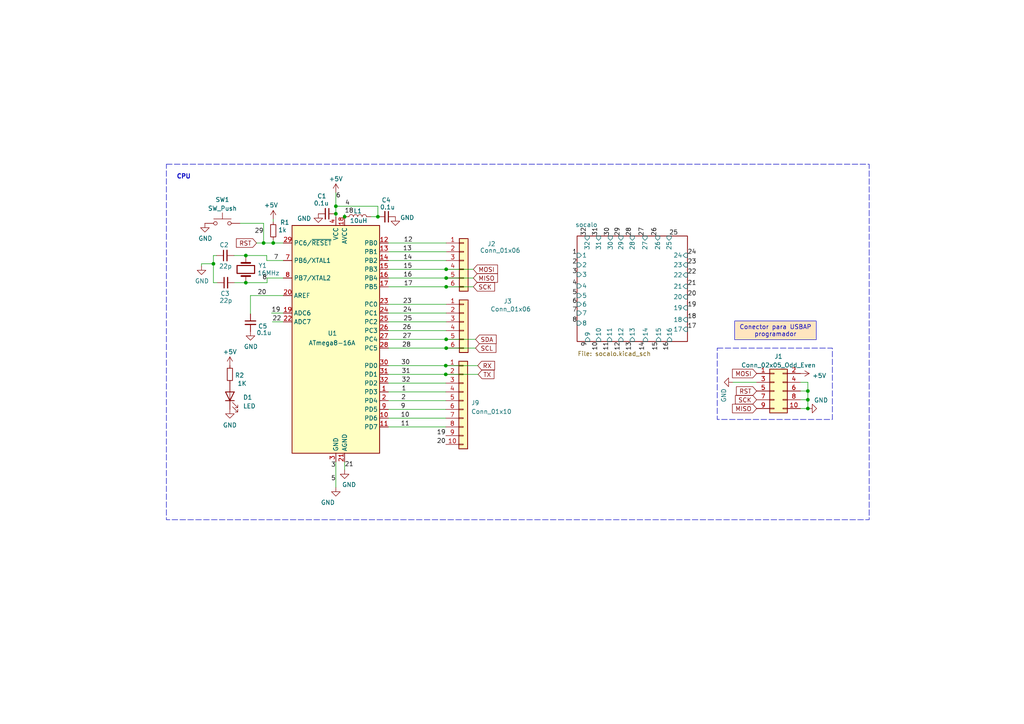
<source format=kicad_sch>
(kicad_sch (version 20230121) (generator eeschema)

  (uuid 4a16d7e2-37ea-4866-9a32-7541f1857cbd)

  (paper "A4")

  (lib_symbols
    (symbol "+5V_1" (power) (pin_names (offset 0)) (in_bom yes) (on_board yes)
      (property "Reference" "#PWR" (at 0 -3.81 0)
        (effects (font (size 1.27 1.27)) hide)
      )
      (property "Value" "+5V_1" (at 0 3.556 0)
        (effects (font (size 1.27 1.27)))
      )
      (property "Footprint" "" (at 0 0 0)
        (effects (font (size 1.27 1.27)) hide)
      )
      (property "Datasheet" "" (at 0 0 0)
        (effects (font (size 1.27 1.27)) hide)
      )
      (property "ki_keywords" "global power" (at 0 0 0)
        (effects (font (size 1.27 1.27)) hide)
      )
      (property "ki_description" "Power symbol creates a global label with name \"+5V\"" (at 0 0 0)
        (effects (font (size 1.27 1.27)) hide)
      )
      (symbol "+5V_1_0_1"
        (polyline
          (pts
            (xy -0.762 1.27)
            (xy 0 2.54)
          )
          (stroke (width 0) (type default))
          (fill (type none))
        )
        (polyline
          (pts
            (xy 0 0)
            (xy 0 2.54)
          )
          (stroke (width 0) (type default))
          (fill (type none))
        )
        (polyline
          (pts
            (xy 0 2.54)
            (xy 0.762 1.27)
          )
          (stroke (width 0) (type default))
          (fill (type none))
        )
      )
      (symbol "+5V_1_1_1"
        (pin power_in line (at 0 0 90) (length 0) hide
          (name "+5V" (effects (font (size 1.27 1.27))))
          (number "1" (effects (font (size 1.27 1.27))))
        )
      )
    )
    (symbol "+5V_2" (power) (pin_names (offset 0)) (in_bom yes) (on_board yes)
      (property "Reference" "#PWR" (at 0 -3.81 0)
        (effects (font (size 1.27 1.27)) hide)
      )
      (property "Value" "+5V_2" (at 0 3.556 0)
        (effects (font (size 1.27 1.27)))
      )
      (property "Footprint" "" (at 0 0 0)
        (effects (font (size 1.27 1.27)) hide)
      )
      (property "Datasheet" "" (at 0 0 0)
        (effects (font (size 1.27 1.27)) hide)
      )
      (property "ki_keywords" "global power" (at 0 0 0)
        (effects (font (size 1.27 1.27)) hide)
      )
      (property "ki_description" "Power symbol creates a global label with name \"+5V\"" (at 0 0 0)
        (effects (font (size 1.27 1.27)) hide)
      )
      (symbol "+5V_2_0_1"
        (polyline
          (pts
            (xy -0.762 1.27)
            (xy 0 2.54)
          )
          (stroke (width 0) (type default))
          (fill (type none))
        )
        (polyline
          (pts
            (xy 0 0)
            (xy 0 2.54)
          )
          (stroke (width 0) (type default))
          (fill (type none))
        )
        (polyline
          (pts
            (xy 0 2.54)
            (xy 0.762 1.27)
          )
          (stroke (width 0) (type default))
          (fill (type none))
        )
      )
      (symbol "+5V_2_1_1"
        (pin power_in line (at 0 0 90) (length 0) hide
          (name "+5V" (effects (font (size 1.27 1.27))))
          (number "1" (effects (font (size 1.27 1.27))))
        )
      )
    )
    (symbol "Connector_Generic:Conn_01x06" (pin_names (offset 1.016) hide) (in_bom yes) (on_board yes)
      (property "Reference" "J" (at 0 7.62 0)
        (effects (font (size 1.27 1.27)))
      )
      (property "Value" "Conn_01x06" (at 0 -10.16 0)
        (effects (font (size 1.27 1.27)))
      )
      (property "Footprint" "" (at 0 0 0)
        (effects (font (size 1.27 1.27)) hide)
      )
      (property "Datasheet" "~" (at 0 0 0)
        (effects (font (size 1.27 1.27)) hide)
      )
      (property "ki_keywords" "connector" (at 0 0 0)
        (effects (font (size 1.27 1.27)) hide)
      )
      (property "ki_description" "Generic connector, single row, 01x06, script generated (kicad-library-utils/schlib/autogen/connector/)" (at 0 0 0)
        (effects (font (size 1.27 1.27)) hide)
      )
      (property "ki_fp_filters" "Connector*:*_1x??_*" (at 0 0 0)
        (effects (font (size 1.27 1.27)) hide)
      )
      (symbol "Conn_01x06_1_1"
        (rectangle (start -1.27 -7.493) (end 0 -7.747)
          (stroke (width 0.1524) (type default))
          (fill (type none))
        )
        (rectangle (start -1.27 -4.953) (end 0 -5.207)
          (stroke (width 0.1524) (type default))
          (fill (type none))
        )
        (rectangle (start -1.27 -2.413) (end 0 -2.667)
          (stroke (width 0.1524) (type default))
          (fill (type none))
        )
        (rectangle (start -1.27 0.127) (end 0 -0.127)
          (stroke (width 0.1524) (type default))
          (fill (type none))
        )
        (rectangle (start -1.27 2.667) (end 0 2.413)
          (stroke (width 0.1524) (type default))
          (fill (type none))
        )
        (rectangle (start -1.27 5.207) (end 0 4.953)
          (stroke (width 0.1524) (type default))
          (fill (type none))
        )
        (rectangle (start -1.27 6.35) (end 1.27 -8.89)
          (stroke (width 0.254) (type default))
          (fill (type background))
        )
        (pin passive line (at -5.08 5.08 0) (length 3.81)
          (name "Pin_1" (effects (font (size 1.27 1.27))))
          (number "1" (effects (font (size 1.27 1.27))))
        )
        (pin passive line (at -5.08 2.54 0) (length 3.81)
          (name "Pin_2" (effects (font (size 1.27 1.27))))
          (number "2" (effects (font (size 1.27 1.27))))
        )
        (pin passive line (at -5.08 0 0) (length 3.81)
          (name "Pin_3" (effects (font (size 1.27 1.27))))
          (number "3" (effects (font (size 1.27 1.27))))
        )
        (pin passive line (at -5.08 -2.54 0) (length 3.81)
          (name "Pin_4" (effects (font (size 1.27 1.27))))
          (number "4" (effects (font (size 1.27 1.27))))
        )
        (pin passive line (at -5.08 -5.08 0) (length 3.81)
          (name "Pin_5" (effects (font (size 1.27 1.27))))
          (number "5" (effects (font (size 1.27 1.27))))
        )
        (pin passive line (at -5.08 -7.62 0) (length 3.81)
          (name "Pin_6" (effects (font (size 1.27 1.27))))
          (number "6" (effects (font (size 1.27 1.27))))
        )
      )
    )
    (symbol "Connector_Generic:Conn_01x10" (pin_names (offset 1.016) hide) (in_bom yes) (on_board yes)
      (property "Reference" "J" (at 0 12.7 0)
        (effects (font (size 1.27 1.27)))
      )
      (property "Value" "Conn_01x10" (at 0 -15.24 0)
        (effects (font (size 1.27 1.27)))
      )
      (property "Footprint" "" (at 0 0 0)
        (effects (font (size 1.27 1.27)) hide)
      )
      (property "Datasheet" "~" (at 0 0 0)
        (effects (font (size 1.27 1.27)) hide)
      )
      (property "ki_keywords" "connector" (at 0 0 0)
        (effects (font (size 1.27 1.27)) hide)
      )
      (property "ki_description" "Generic connector, single row, 01x10, script generated (kicad-library-utils/schlib/autogen/connector/)" (at 0 0 0)
        (effects (font (size 1.27 1.27)) hide)
      )
      (property "ki_fp_filters" "Connector*:*_1x??_*" (at 0 0 0)
        (effects (font (size 1.27 1.27)) hide)
      )
      (symbol "Conn_01x10_1_1"
        (rectangle (start -1.27 -12.573) (end 0 -12.827)
          (stroke (width 0.1524) (type default))
          (fill (type none))
        )
        (rectangle (start -1.27 -10.033) (end 0 -10.287)
          (stroke (width 0.1524) (type default))
          (fill (type none))
        )
        (rectangle (start -1.27 -7.493) (end 0 -7.747)
          (stroke (width 0.1524) (type default))
          (fill (type none))
        )
        (rectangle (start -1.27 -4.953) (end 0 -5.207)
          (stroke (width 0.1524) (type default))
          (fill (type none))
        )
        (rectangle (start -1.27 -2.413) (end 0 -2.667)
          (stroke (width 0.1524) (type default))
          (fill (type none))
        )
        (rectangle (start -1.27 0.127) (end 0 -0.127)
          (stroke (width 0.1524) (type default))
          (fill (type none))
        )
        (rectangle (start -1.27 2.667) (end 0 2.413)
          (stroke (width 0.1524) (type default))
          (fill (type none))
        )
        (rectangle (start -1.27 5.207) (end 0 4.953)
          (stroke (width 0.1524) (type default))
          (fill (type none))
        )
        (rectangle (start -1.27 7.747) (end 0 7.493)
          (stroke (width 0.1524) (type default))
          (fill (type none))
        )
        (rectangle (start -1.27 10.287) (end 0 10.033)
          (stroke (width 0.1524) (type default))
          (fill (type none))
        )
        (rectangle (start -1.27 11.43) (end 1.27 -13.97)
          (stroke (width 0.254) (type default))
          (fill (type background))
        )
        (pin passive line (at -5.08 10.16 0) (length 3.81)
          (name "Pin_1" (effects (font (size 1.27 1.27))))
          (number "1" (effects (font (size 1.27 1.27))))
        )
        (pin passive line (at -5.08 -12.7 0) (length 3.81)
          (name "Pin_10" (effects (font (size 1.27 1.27))))
          (number "10" (effects (font (size 1.27 1.27))))
        )
        (pin passive line (at -5.08 7.62 0) (length 3.81)
          (name "Pin_2" (effects (font (size 1.27 1.27))))
          (number "2" (effects (font (size 1.27 1.27))))
        )
        (pin passive line (at -5.08 5.08 0) (length 3.81)
          (name "Pin_3" (effects (font (size 1.27 1.27))))
          (number "3" (effects (font (size 1.27 1.27))))
        )
        (pin passive line (at -5.08 2.54 0) (length 3.81)
          (name "Pin_4" (effects (font (size 1.27 1.27))))
          (number "4" (effects (font (size 1.27 1.27))))
        )
        (pin passive line (at -5.08 0 0) (length 3.81)
          (name "Pin_5" (effects (font (size 1.27 1.27))))
          (number "5" (effects (font (size 1.27 1.27))))
        )
        (pin passive line (at -5.08 -2.54 0) (length 3.81)
          (name "Pin_6" (effects (font (size 1.27 1.27))))
          (number "6" (effects (font (size 1.27 1.27))))
        )
        (pin passive line (at -5.08 -5.08 0) (length 3.81)
          (name "Pin_7" (effects (font (size 1.27 1.27))))
          (number "7" (effects (font (size 1.27 1.27))))
        )
        (pin passive line (at -5.08 -7.62 0) (length 3.81)
          (name "Pin_8" (effects (font (size 1.27 1.27))))
          (number "8" (effects (font (size 1.27 1.27))))
        )
        (pin passive line (at -5.08 -10.16 0) (length 3.81)
          (name "Pin_9" (effects (font (size 1.27 1.27))))
          (number "9" (effects (font (size 1.27 1.27))))
        )
      )
    )
    (symbol "Connector_Generic:Conn_02x05_Odd_Even" (pin_names (offset 1.016) hide) (in_bom yes) (on_board yes)
      (property "Reference" "J" (at 1.27 7.62 0)
        (effects (font (size 1.27 1.27)))
      )
      (property "Value" "Conn_02x05_Odd_Even" (at 1.27 -7.62 0)
        (effects (font (size 1.27 1.27)))
      )
      (property "Footprint" "" (at 0 0 0)
        (effects (font (size 1.27 1.27)) hide)
      )
      (property "Datasheet" "~" (at 0 0 0)
        (effects (font (size 1.27 1.27)) hide)
      )
      (property "ki_keywords" "connector" (at 0 0 0)
        (effects (font (size 1.27 1.27)) hide)
      )
      (property "ki_description" "Generic connector, double row, 02x05, odd/even pin numbering scheme (row 1 odd numbers, row 2 even numbers), script generated (kicad-library-utils/schlib/autogen/connector/)" (at 0 0 0)
        (effects (font (size 1.27 1.27)) hide)
      )
      (property "ki_fp_filters" "Connector*:*_2x??_*" (at 0 0 0)
        (effects (font (size 1.27 1.27)) hide)
      )
      (symbol "Conn_02x05_Odd_Even_1_1"
        (rectangle (start -1.27 -4.953) (end 0 -5.207)
          (stroke (width 0.1524) (type default))
          (fill (type none))
        )
        (rectangle (start -1.27 -2.413) (end 0 -2.667)
          (stroke (width 0.1524) (type default))
          (fill (type none))
        )
        (rectangle (start -1.27 0.127) (end 0 -0.127)
          (stroke (width 0.1524) (type default))
          (fill (type none))
        )
        (rectangle (start -1.27 2.667) (end 0 2.413)
          (stroke (width 0.1524) (type default))
          (fill (type none))
        )
        (rectangle (start -1.27 5.207) (end 0 4.953)
          (stroke (width 0.1524) (type default))
          (fill (type none))
        )
        (rectangle (start -1.27 6.35) (end 3.81 -6.35)
          (stroke (width 0.254) (type default))
          (fill (type background))
        )
        (rectangle (start 3.81 -4.953) (end 2.54 -5.207)
          (stroke (width 0.1524) (type default))
          (fill (type none))
        )
        (rectangle (start 3.81 -2.413) (end 2.54 -2.667)
          (stroke (width 0.1524) (type default))
          (fill (type none))
        )
        (rectangle (start 3.81 0.127) (end 2.54 -0.127)
          (stroke (width 0.1524) (type default))
          (fill (type none))
        )
        (rectangle (start 3.81 2.667) (end 2.54 2.413)
          (stroke (width 0.1524) (type default))
          (fill (type none))
        )
        (rectangle (start 3.81 5.207) (end 2.54 4.953)
          (stroke (width 0.1524) (type default))
          (fill (type none))
        )
        (pin passive line (at -5.08 5.08 0) (length 3.81)
          (name "Pin_1" (effects (font (size 1.27 1.27))))
          (number "1" (effects (font (size 1.27 1.27))))
        )
        (pin passive line (at 7.62 -5.08 180) (length 3.81)
          (name "Pin_10" (effects (font (size 1.27 1.27))))
          (number "10" (effects (font (size 1.27 1.27))))
        )
        (pin passive line (at 7.62 5.08 180) (length 3.81)
          (name "Pin_2" (effects (font (size 1.27 1.27))))
          (number "2" (effects (font (size 1.27 1.27))))
        )
        (pin passive line (at -5.08 2.54 0) (length 3.81)
          (name "Pin_3" (effects (font (size 1.27 1.27))))
          (number "3" (effects (font (size 1.27 1.27))))
        )
        (pin passive line (at 7.62 2.54 180) (length 3.81)
          (name "Pin_4" (effects (font (size 1.27 1.27))))
          (number "4" (effects (font (size 1.27 1.27))))
        )
        (pin passive line (at -5.08 0 0) (length 3.81)
          (name "Pin_5" (effects (font (size 1.27 1.27))))
          (number "5" (effects (font (size 1.27 1.27))))
        )
        (pin passive line (at 7.62 0 180) (length 3.81)
          (name "Pin_6" (effects (font (size 1.27 1.27))))
          (number "6" (effects (font (size 1.27 1.27))))
        )
        (pin passive line (at -5.08 -2.54 0) (length 3.81)
          (name "Pin_7" (effects (font (size 1.27 1.27))))
          (number "7" (effects (font (size 1.27 1.27))))
        )
        (pin passive line (at 7.62 -2.54 180) (length 3.81)
          (name "Pin_8" (effects (font (size 1.27 1.27))))
          (number "8" (effects (font (size 1.27 1.27))))
        )
        (pin passive line (at -5.08 -5.08 0) (length 3.81)
          (name "Pin_9" (effects (font (size 1.27 1.27))))
          (number "9" (effects (font (size 1.27 1.27))))
        )
      )
    )
    (symbol "Device:C_Small" (pin_numbers hide) (pin_names (offset 0.254) hide) (in_bom yes) (on_board yes)
      (property "Reference" "C" (at 0.254 1.778 0)
        (effects (font (size 1.27 1.27)) (justify left))
      )
      (property "Value" "C_Small" (at 0.254 -2.032 0)
        (effects (font (size 1.27 1.27)) (justify left))
      )
      (property "Footprint" "" (at 0 0 0)
        (effects (font (size 1.27 1.27)) hide)
      )
      (property "Datasheet" "~" (at 0 0 0)
        (effects (font (size 1.27 1.27)) hide)
      )
      (property "ki_keywords" "capacitor cap" (at 0 0 0)
        (effects (font (size 1.27 1.27)) hide)
      )
      (property "ki_description" "Unpolarized capacitor, small symbol" (at 0 0 0)
        (effects (font (size 1.27 1.27)) hide)
      )
      (property "ki_fp_filters" "C_*" (at 0 0 0)
        (effects (font (size 1.27 1.27)) hide)
      )
      (symbol "C_Small_0_1"
        (polyline
          (pts
            (xy -1.524 -0.508)
            (xy 1.524 -0.508)
          )
          (stroke (width 0.3302) (type default))
          (fill (type none))
        )
        (polyline
          (pts
            (xy -1.524 0.508)
            (xy 1.524 0.508)
          )
          (stroke (width 0.3048) (type default))
          (fill (type none))
        )
      )
      (symbol "C_Small_1_1"
        (pin passive line (at 0 2.54 270) (length 2.032)
          (name "~" (effects (font (size 1.27 1.27))))
          (number "1" (effects (font (size 1.27 1.27))))
        )
        (pin passive line (at 0 -2.54 90) (length 2.032)
          (name "~" (effects (font (size 1.27 1.27))))
          (number "2" (effects (font (size 1.27 1.27))))
        )
      )
    )
    (symbol "Device:Crystal" (pin_numbers hide) (pin_names (offset 1.016) hide) (in_bom yes) (on_board yes)
      (property "Reference" "Y" (at 0 3.81 0)
        (effects (font (size 1.27 1.27)))
      )
      (property "Value" "Crystal" (at 0 -3.81 0)
        (effects (font (size 1.27 1.27)))
      )
      (property "Footprint" "" (at 0 0 0)
        (effects (font (size 1.27 1.27)) hide)
      )
      (property "Datasheet" "~" (at 0 0 0)
        (effects (font (size 1.27 1.27)) hide)
      )
      (property "ki_keywords" "quartz ceramic resonator oscillator" (at 0 0 0)
        (effects (font (size 1.27 1.27)) hide)
      )
      (property "ki_description" "Two pin crystal" (at 0 0 0)
        (effects (font (size 1.27 1.27)) hide)
      )
      (property "ki_fp_filters" "Crystal*" (at 0 0 0)
        (effects (font (size 1.27 1.27)) hide)
      )
      (symbol "Crystal_0_1"
        (rectangle (start -1.143 2.54) (end 1.143 -2.54)
          (stroke (width 0.3048) (type default))
          (fill (type none))
        )
        (polyline
          (pts
            (xy -2.54 0)
            (xy -1.905 0)
          )
          (stroke (width 0) (type default))
          (fill (type none))
        )
        (polyline
          (pts
            (xy -1.905 -1.27)
            (xy -1.905 1.27)
          )
          (stroke (width 0.508) (type default))
          (fill (type none))
        )
        (polyline
          (pts
            (xy 1.905 -1.27)
            (xy 1.905 1.27)
          )
          (stroke (width 0.508) (type default))
          (fill (type none))
        )
        (polyline
          (pts
            (xy 2.54 0)
            (xy 1.905 0)
          )
          (stroke (width 0) (type default))
          (fill (type none))
        )
      )
      (symbol "Crystal_1_1"
        (pin passive line (at -3.81 0 0) (length 1.27)
          (name "1" (effects (font (size 1.27 1.27))))
          (number "1" (effects (font (size 1.27 1.27))))
        )
        (pin passive line (at 3.81 0 180) (length 1.27)
          (name "2" (effects (font (size 1.27 1.27))))
          (number "2" (effects (font (size 1.27 1.27))))
        )
      )
    )
    (symbol "Device:L" (pin_numbers hide) (pin_names (offset 1.016) hide) (in_bom yes) (on_board yes)
      (property "Reference" "L" (at -1.27 0 90)
        (effects (font (size 1.27 1.27)))
      )
      (property "Value" "L" (at 1.905 0 90)
        (effects (font (size 1.27 1.27)))
      )
      (property "Footprint" "" (at 0 0 0)
        (effects (font (size 1.27 1.27)) hide)
      )
      (property "Datasheet" "~" (at 0 0 0)
        (effects (font (size 1.27 1.27)) hide)
      )
      (property "ki_keywords" "inductor choke coil reactor magnetic" (at 0 0 0)
        (effects (font (size 1.27 1.27)) hide)
      )
      (property "ki_description" "Inductor" (at 0 0 0)
        (effects (font (size 1.27 1.27)) hide)
      )
      (property "ki_fp_filters" "Choke_* *Coil* Inductor_* L_*" (at 0 0 0)
        (effects (font (size 1.27 1.27)) hide)
      )
      (symbol "L_0_1"
        (arc (start 0 -2.54) (mid 0.6323 -1.905) (end 0 -1.27)
          (stroke (width 0) (type default))
          (fill (type none))
        )
        (arc (start 0 -1.27) (mid 0.6323 -0.635) (end 0 0)
          (stroke (width 0) (type default))
          (fill (type none))
        )
        (arc (start 0 0) (mid 0.6323 0.635) (end 0 1.27)
          (stroke (width 0) (type default))
          (fill (type none))
        )
        (arc (start 0 1.27) (mid 0.6323 1.905) (end 0 2.54)
          (stroke (width 0) (type default))
          (fill (type none))
        )
      )
      (symbol "L_1_1"
        (pin passive line (at 0 3.81 270) (length 1.27)
          (name "1" (effects (font (size 1.27 1.27))))
          (number "1" (effects (font (size 1.27 1.27))))
        )
        (pin passive line (at 0 -3.81 90) (length 1.27)
          (name "2" (effects (font (size 1.27 1.27))))
          (number "2" (effects (font (size 1.27 1.27))))
        )
      )
    )
    (symbol "Device:LED" (pin_numbers hide) (pin_names (offset 1.016) hide) (in_bom yes) (on_board yes)
      (property "Reference" "D" (at 0 2.54 0)
        (effects (font (size 1.27 1.27)))
      )
      (property "Value" "LED" (at 0 -2.54 0)
        (effects (font (size 1.27 1.27)))
      )
      (property "Footprint" "" (at 0 0 0)
        (effects (font (size 1.27 1.27)) hide)
      )
      (property "Datasheet" "~" (at 0 0 0)
        (effects (font (size 1.27 1.27)) hide)
      )
      (property "ki_keywords" "LED diode" (at 0 0 0)
        (effects (font (size 1.27 1.27)) hide)
      )
      (property "ki_description" "Light emitting diode" (at 0 0 0)
        (effects (font (size 1.27 1.27)) hide)
      )
      (property "ki_fp_filters" "LED* LED_SMD:* LED_THT:*" (at 0 0 0)
        (effects (font (size 1.27 1.27)) hide)
      )
      (symbol "LED_0_1"
        (polyline
          (pts
            (xy -1.27 -1.27)
            (xy -1.27 1.27)
          )
          (stroke (width 0.254) (type default))
          (fill (type none))
        )
        (polyline
          (pts
            (xy -1.27 0)
            (xy 1.27 0)
          )
          (stroke (width 0) (type default))
          (fill (type none))
        )
        (polyline
          (pts
            (xy 1.27 -1.27)
            (xy 1.27 1.27)
            (xy -1.27 0)
            (xy 1.27 -1.27)
          )
          (stroke (width 0.254) (type default))
          (fill (type none))
        )
        (polyline
          (pts
            (xy -3.048 -0.762)
            (xy -4.572 -2.286)
            (xy -3.81 -2.286)
            (xy -4.572 -2.286)
            (xy -4.572 -1.524)
          )
          (stroke (width 0) (type default))
          (fill (type none))
        )
        (polyline
          (pts
            (xy -1.778 -0.762)
            (xy -3.302 -2.286)
            (xy -2.54 -2.286)
            (xy -3.302 -2.286)
            (xy -3.302 -1.524)
          )
          (stroke (width 0) (type default))
          (fill (type none))
        )
      )
      (symbol "LED_1_1"
        (pin passive line (at -3.81 0 0) (length 2.54)
          (name "K" (effects (font (size 1.27 1.27))))
          (number "1" (effects (font (size 1.27 1.27))))
        )
        (pin passive line (at 3.81 0 180) (length 2.54)
          (name "A" (effects (font (size 1.27 1.27))))
          (number "2" (effects (font (size 1.27 1.27))))
        )
      )
    )
    (symbol "Device:R_Small" (pin_numbers hide) (pin_names (offset 0.254) hide) (in_bom yes) (on_board yes)
      (property "Reference" "R" (at 0.762 0.508 0)
        (effects (font (size 1.27 1.27)) (justify left))
      )
      (property "Value" "R_Small" (at 0.762 -1.016 0)
        (effects (font (size 1.27 1.27)) (justify left))
      )
      (property "Footprint" "" (at 0 0 0)
        (effects (font (size 1.27 1.27)) hide)
      )
      (property "Datasheet" "~" (at 0 0 0)
        (effects (font (size 1.27 1.27)) hide)
      )
      (property "ki_keywords" "R resistor" (at 0 0 0)
        (effects (font (size 1.27 1.27)) hide)
      )
      (property "ki_description" "Resistor, small symbol" (at 0 0 0)
        (effects (font (size 1.27 1.27)) hide)
      )
      (property "ki_fp_filters" "R_*" (at 0 0 0)
        (effects (font (size 1.27 1.27)) hide)
      )
      (symbol "R_Small_0_1"
        (rectangle (start -0.762 1.778) (end 0.762 -1.778)
          (stroke (width 0.2032) (type default))
          (fill (type none))
        )
      )
      (symbol "R_Small_1_1"
        (pin passive line (at 0 2.54 270) (length 0.762)
          (name "~" (effects (font (size 1.27 1.27))))
          (number "1" (effects (font (size 1.27 1.27))))
        )
        (pin passive line (at 0 -2.54 90) (length 0.762)
          (name "~" (effects (font (size 1.27 1.27))))
          (number "2" (effects (font (size 1.27 1.27))))
        )
      )
    )
    (symbol "MCU_Microchip_ATmega:ATmega8-16A" (in_bom yes) (on_board yes)
      (property "Reference" "U" (at -12.7 34.29 0)
        (effects (font (size 1.27 1.27)) (justify left bottom))
      )
      (property "Value" "ATmega8-16A" (at 5.08 -34.29 0)
        (effects (font (size 1.27 1.27)) (justify left top))
      )
      (property "Footprint" "Package_QFP:TQFP-32_7x7mm_P0.8mm" (at 0 0 0)
        (effects (font (size 1.27 1.27) italic) hide)
      )
      (property "Datasheet" "http://ww1.microchip.com/downloads/en/DeviceDoc/atmel-2486-8-bit-avr-microcontroller-atmega8_l_datasheet.pdf" (at 0 0 0)
        (effects (font (size 1.27 1.27)) hide)
      )
      (property "ki_keywords" "AVR 8bit Microcontroller MegaAVR" (at 0 0 0)
        (effects (font (size 1.27 1.27)) hide)
      )
      (property "ki_description" "16MHz, 8kB Flash, 1kB SRAM, 512B EEPROM, TQFP-32" (at 0 0 0)
        (effects (font (size 1.27 1.27)) hide)
      )
      (property "ki_fp_filters" "TQFP*7x7mm*P0.8mm*" (at 0 0 0)
        (effects (font (size 1.27 1.27)) hide)
      )
      (symbol "ATmega8-16A_0_1"
        (rectangle (start -12.7 -33.02) (end 12.7 33.02)
          (stroke (width 0.254) (type default))
          (fill (type background))
        )
      )
      (symbol "ATmega8-16A_1_1"
        (pin bidirectional line (at 15.24 -15.24 180) (length 2.54)
          (name "PD3" (effects (font (size 1.27 1.27))))
          (number "1" (effects (font (size 1.27 1.27))))
        )
        (pin bidirectional line (at 15.24 -22.86 180) (length 2.54)
          (name "PD6" (effects (font (size 1.27 1.27))))
          (number "10" (effects (font (size 1.27 1.27))))
        )
        (pin bidirectional line (at 15.24 -25.4 180) (length 2.54)
          (name "PD7" (effects (font (size 1.27 1.27))))
          (number "11" (effects (font (size 1.27 1.27))))
        )
        (pin bidirectional line (at 15.24 27.94 180) (length 2.54)
          (name "PB0" (effects (font (size 1.27 1.27))))
          (number "12" (effects (font (size 1.27 1.27))))
        )
        (pin bidirectional line (at 15.24 25.4 180) (length 2.54)
          (name "PB1" (effects (font (size 1.27 1.27))))
          (number "13" (effects (font (size 1.27 1.27))))
        )
        (pin bidirectional line (at 15.24 22.86 180) (length 2.54)
          (name "PB2" (effects (font (size 1.27 1.27))))
          (number "14" (effects (font (size 1.27 1.27))))
        )
        (pin bidirectional line (at 15.24 20.32 180) (length 2.54)
          (name "PB3" (effects (font (size 1.27 1.27))))
          (number "15" (effects (font (size 1.27 1.27))))
        )
        (pin bidirectional line (at 15.24 17.78 180) (length 2.54)
          (name "PB4" (effects (font (size 1.27 1.27))))
          (number "16" (effects (font (size 1.27 1.27))))
        )
        (pin bidirectional line (at 15.24 15.24 180) (length 2.54)
          (name "PB5" (effects (font (size 1.27 1.27))))
          (number "17" (effects (font (size 1.27 1.27))))
        )
        (pin power_in line (at 2.54 35.56 270) (length 2.54)
          (name "AVCC" (effects (font (size 1.27 1.27))))
          (number "18" (effects (font (size 1.27 1.27))))
        )
        (pin input line (at -15.24 7.62 0) (length 2.54)
          (name "ADC6" (effects (font (size 1.27 1.27))))
          (number "19" (effects (font (size 1.27 1.27))))
        )
        (pin bidirectional line (at 15.24 -17.78 180) (length 2.54)
          (name "PD4" (effects (font (size 1.27 1.27))))
          (number "2" (effects (font (size 1.27 1.27))))
        )
        (pin passive line (at -15.24 12.7 0) (length 2.54)
          (name "AREF" (effects (font (size 1.27 1.27))))
          (number "20" (effects (font (size 1.27 1.27))))
        )
        (pin power_in line (at 2.54 -35.56 90) (length 2.54)
          (name "AGND" (effects (font (size 1.27 1.27))))
          (number "21" (effects (font (size 1.27 1.27))))
        )
        (pin input line (at -15.24 5.08 0) (length 2.54)
          (name "ADC7" (effects (font (size 1.27 1.27))))
          (number "22" (effects (font (size 1.27 1.27))))
        )
        (pin bidirectional line (at 15.24 10.16 180) (length 2.54)
          (name "PC0" (effects (font (size 1.27 1.27))))
          (number "23" (effects (font (size 1.27 1.27))))
        )
        (pin bidirectional line (at 15.24 7.62 180) (length 2.54)
          (name "PC1" (effects (font (size 1.27 1.27))))
          (number "24" (effects (font (size 1.27 1.27))))
        )
        (pin bidirectional line (at 15.24 5.08 180) (length 2.54)
          (name "PC2" (effects (font (size 1.27 1.27))))
          (number "25" (effects (font (size 1.27 1.27))))
        )
        (pin bidirectional line (at 15.24 2.54 180) (length 2.54)
          (name "PC3" (effects (font (size 1.27 1.27))))
          (number "26" (effects (font (size 1.27 1.27))))
        )
        (pin bidirectional line (at 15.24 0 180) (length 2.54)
          (name "PC4" (effects (font (size 1.27 1.27))))
          (number "27" (effects (font (size 1.27 1.27))))
        )
        (pin bidirectional line (at 15.24 -2.54 180) (length 2.54)
          (name "PC5" (effects (font (size 1.27 1.27))))
          (number "28" (effects (font (size 1.27 1.27))))
        )
        (pin bidirectional line (at -15.24 27.94 0) (length 2.54)
          (name "PC6/~{RESET}" (effects (font (size 1.27 1.27))))
          (number "29" (effects (font (size 1.27 1.27))))
        )
        (pin power_in line (at 0 -35.56 90) (length 2.54)
          (name "GND" (effects (font (size 1.27 1.27))))
          (number "3" (effects (font (size 1.27 1.27))))
        )
        (pin bidirectional line (at 15.24 -7.62 180) (length 2.54)
          (name "PD0" (effects (font (size 1.27 1.27))))
          (number "30" (effects (font (size 1.27 1.27))))
        )
        (pin bidirectional line (at 15.24 -10.16 180) (length 2.54)
          (name "PD1" (effects (font (size 1.27 1.27))))
          (number "31" (effects (font (size 1.27 1.27))))
        )
        (pin bidirectional line (at 15.24 -12.7 180) (length 2.54)
          (name "PD2" (effects (font (size 1.27 1.27))))
          (number "32" (effects (font (size 1.27 1.27))))
        )
        (pin power_in line (at 0 35.56 270) (length 2.54)
          (name "VCC" (effects (font (size 1.27 1.27))))
          (number "4" (effects (font (size 1.27 1.27))))
        )
        (pin passive line (at 0 -35.56 90) (length 2.54) hide
          (name "GND" (effects (font (size 1.27 1.27))))
          (number "5" (effects (font (size 1.27 1.27))))
        )
        (pin passive line (at 0 35.56 270) (length 2.54) hide
          (name "VCC" (effects (font (size 1.27 1.27))))
          (number "6" (effects (font (size 1.27 1.27))))
        )
        (pin bidirectional line (at -15.24 22.86 0) (length 2.54)
          (name "PB6/XTAL1" (effects (font (size 1.27 1.27))))
          (number "7" (effects (font (size 1.27 1.27))))
        )
        (pin bidirectional line (at -15.24 17.78 0) (length 2.54)
          (name "PB7/XTAL2" (effects (font (size 1.27 1.27))))
          (number "8" (effects (font (size 1.27 1.27))))
        )
        (pin bidirectional line (at 15.24 -20.32 180) (length 2.54)
          (name "PD5" (effects (font (size 1.27 1.27))))
          (number "9" (effects (font (size 1.27 1.27))))
        )
      )
    )
    (symbol "Switch:SW_Push" (pin_numbers hide) (pin_names (offset 1.016) hide) (in_bom yes) (on_board yes)
      (property "Reference" "SW" (at 1.27 2.54 0)
        (effects (font (size 1.27 1.27)) (justify left))
      )
      (property "Value" "SW_Push" (at 0 -1.524 0)
        (effects (font (size 1.27 1.27)))
      )
      (property "Footprint" "" (at 0 5.08 0)
        (effects (font (size 1.27 1.27)) hide)
      )
      (property "Datasheet" "~" (at 0 5.08 0)
        (effects (font (size 1.27 1.27)) hide)
      )
      (property "ki_keywords" "switch normally-open pushbutton push-button" (at 0 0 0)
        (effects (font (size 1.27 1.27)) hide)
      )
      (property "ki_description" "Push button switch, generic, two pins" (at 0 0 0)
        (effects (font (size 1.27 1.27)) hide)
      )
      (symbol "SW_Push_0_1"
        (circle (center -2.032 0) (radius 0.508)
          (stroke (width 0) (type default))
          (fill (type none))
        )
        (polyline
          (pts
            (xy 0 1.27)
            (xy 0 3.048)
          )
          (stroke (width 0) (type default))
          (fill (type none))
        )
        (polyline
          (pts
            (xy 2.54 1.27)
            (xy -2.54 1.27)
          )
          (stroke (width 0) (type default))
          (fill (type none))
        )
        (circle (center 2.032 0) (radius 0.508)
          (stroke (width 0) (type default))
          (fill (type none))
        )
        (pin passive line (at -5.08 0 0) (length 2.54)
          (name "1" (effects (font (size 1.27 1.27))))
          (number "1" (effects (font (size 1.27 1.27))))
        )
        (pin passive line (at 5.08 0 180) (length 2.54)
          (name "2" (effects (font (size 1.27 1.27))))
          (number "2" (effects (font (size 1.27 1.27))))
        )
      )
    )
    (symbol "power:GND" (power) (pin_names (offset 0)) (in_bom yes) (on_board yes)
      (property "Reference" "#PWR" (at 0 -6.35 0)
        (effects (font (size 1.27 1.27)) hide)
      )
      (property "Value" "GND" (at 0 -3.81 0)
        (effects (font (size 1.27 1.27)))
      )
      (property "Footprint" "" (at 0 0 0)
        (effects (font (size 1.27 1.27)) hide)
      )
      (property "Datasheet" "" (at 0 0 0)
        (effects (font (size 1.27 1.27)) hide)
      )
      (property "ki_keywords" "power-flag" (at 0 0 0)
        (effects (font (size 1.27 1.27)) hide)
      )
      (property "ki_description" "Power symbol creates a global label with name \"GND\" , ground" (at 0 0 0)
        (effects (font (size 1.27 1.27)) hide)
      )
      (symbol "GND_0_1"
        (polyline
          (pts
            (xy 0 0)
            (xy 0 -1.27)
            (xy 1.27 -1.27)
            (xy 0 -2.54)
            (xy -1.27 -1.27)
            (xy 0 -1.27)
          )
          (stroke (width 0) (type default))
          (fill (type none))
        )
      )
      (symbol "GND_1_1"
        (pin power_in line (at 0 0 270) (length 0) hide
          (name "GND" (effects (font (size 1.27 1.27))))
          (number "1" (effects (font (size 1.27 1.27))))
        )
      )
    )
  )

  (junction (at 234.315 115.951) (diameter 0) (color 0 0 0 0)
    (uuid 04f20db8-8dbb-4373-9a43-1633d7a75326)
  )
  (junction (at 129.413 83.185) (diameter 0) (color 0 0 0 0)
    (uuid 0bdb8df4-3b82-4f6a-a168-24f28439d2b8)
  )
  (junction (at 99.949 62.865) (diameter 0) (color 0 0 0 0)
    (uuid 0e66fcff-5276-449f-ae89-42e873b0dbf0)
  )
  (junction (at 129.413 100.965) (diameter 0) (color 0 0 0 0)
    (uuid 2b4ea6ca-e932-4f4f-a4ec-0d588a6947e4)
  )
  (junction (at 129.413 78.105) (diameter 0) (color 0 0 0 0)
    (uuid 2e5e3f11-c857-448b-9d56-64f90b21fb8b)
  )
  (junction (at 129.413 80.645) (diameter 0) (color 0 0 0 0)
    (uuid 310af566-8c00-4055-bd76-555ee0e9c571)
  )
  (junction (at 129.413 98.425) (diameter 0) (color 0 0 0 0)
    (uuid 35df5fd5-ec18-4a9c-9ce0-ad42c3d28c97)
  )
  (junction (at 76.454 70.485) (diameter 0) (color 0 0 0 0)
    (uuid 4913954e-726d-4f89-80f9-87b93c037e2f)
  )
  (junction (at 129.286 108.585) (diameter 0) (color 0 0 0 0)
    (uuid 51541e1c-7ada-43e0-8d9c-f0f29085501c)
  )
  (junction (at 234.315 113.411) (diameter 0) (color 0 0 0 0)
    (uuid 755e95d9-a7cc-4403-ba27-3889d15dd150)
  )
  (junction (at 71.2978 74.1172) (diameter 0) (color 0 0 0 0)
    (uuid 883fd7bb-313a-4631-ac47-e38a2594b37a)
  )
  (junction (at 129.286 106.045) (diameter 0) (color 0 0 0 0)
    (uuid 9e61d02d-c85d-4ccb-9187-1d45bcac2fdf)
  )
  (junction (at 97.409 62.0014) (diameter 0) (color 0 0 0 0)
    (uuid a8b11fa0-a16d-4b69-8c53-ada529d139e0)
  )
  (junction (at 234.315 118.491) (diameter 0) (color 0 0 0 0)
    (uuid b4508089-07b6-4ed2-bd05-12b3ad872d6f)
  )
  (junction (at 61.8998 76.5048) (diameter 0) (color 0 0 0 0)
    (uuid c1a8087e-e7c0-451b-8a1c-b34c40450396)
  )
  (junction (at 79.248 70.485) (diameter 0) (color 0 0 0 0)
    (uuid ce94da38-20af-45cc-aa61-004c990946e8)
  )
  (junction (at 71.2978 81.9912) (diameter 0) (color 0 0 0 0)
    (uuid e48cbb9e-5ba4-44a8-ad9d-7436178751e6)
  )
  (junction (at 109.601 62.865) (diameter 0) (color 0 0 0 0)
    (uuid ed5c8139-2529-4799-a8e1-56afb616f41a)
  )
  (junction (at 97.409 59.817) (diameter 0) (color 0 0 0 0)
    (uuid fecfda21-efb6-4b7f-a806-7a33d6144397)
  )

  (wire (pts (xy 109.601 62.865) (xy 109.601 59.817))
    (stroke (width 0) (type default))
    (uuid 02b9b4bd-0f61-47f5-9866-3b9e9363e18a)
  )
  (wire (pts (xy 137.287 78.105) (xy 129.413 78.105))
    (stroke (width 0) (type default))
    (uuid 06c8c4c0-3bfa-4f72-8525-80393cd448c4)
  )
  (wire (pts (xy 67.8688 74.1172) (xy 71.2978 74.1172))
    (stroke (width 0) (type default))
    (uuid 0d90caf2-8e23-4b8b-a040-7f79b4ab94ea)
  )
  (wire (pts (xy 97.409 55.88) (xy 97.409 59.817))
    (stroke (width 0) (type default))
    (uuid 0ea402fb-f651-4a0c-ac65-0cfae984df62)
  )
  (wire (pts (xy 232.156 118.491) (xy 234.315 118.491))
    (stroke (width 0) (type default))
    (uuid 11c7ed0c-4302-430c-9758-68a5e6db121e)
  )
  (wire (pts (xy 112.649 118.745) (xy 129.286 118.745))
    (stroke (width 0) (type default))
    (uuid 14ae81b6-2203-4a36-9cd9-40e3a8801520)
  )
  (wire (pts (xy 234.315 110.871) (xy 234.315 113.411))
    (stroke (width 0) (type default))
    (uuid 1913ebe5-c026-4509-8a23-3a5f6aa001f8)
  )
  (wire (pts (xy 76.454 70.485) (xy 79.248 70.485))
    (stroke (width 0) (type default))
    (uuid 1a7b26c1-34a1-452b-b311-a2b5650e5c54)
  )
  (wire (pts (xy 107.569 62.865) (xy 109.601 62.865))
    (stroke (width 0) (type default))
    (uuid 1cc3327d-02e5-4718-8b2a-08c2ab4f5aa0)
  )
  (wire (pts (xy 129.413 100.965) (xy 112.649 100.965))
    (stroke (width 0) (type default))
    (uuid 1cc8b833-1081-4940-a397-952ef87660c3)
  )
  (wire (pts (xy 112.649 108.585) (xy 129.286 108.585))
    (stroke (width 0) (type default))
    (uuid 1e55fc95-a696-414a-af47-395118cb5b35)
  )
  (wire (pts (xy 129.413 78.105) (xy 112.649 78.105))
    (stroke (width 0) (type default))
    (uuid 1eb40ad8-6cc1-4882-9b3a-02c25a862814)
  )
  (wire (pts (xy 232.156 113.411) (xy 234.315 113.411))
    (stroke (width 0) (type default))
    (uuid 1ed8ca02-5dc6-4569-81ed-6ac258ff0924)
  )
  (wire (pts (xy 137.287 80.645) (xy 129.413 80.645))
    (stroke (width 0) (type default))
    (uuid 2238506b-c6ff-4304-b94f-d0b412fe3233)
  )
  (wire (pts (xy 109.601 59.817) (xy 97.409 59.817))
    (stroke (width 0) (type default))
    (uuid 23977ed1-106f-4cab-9e81-e197ce580813)
  )
  (wire (pts (xy 129.413 75.565) (xy 112.649 75.565))
    (stroke (width 0) (type default))
    (uuid 28d83522-d282-4ddd-838e-221e3104b5ca)
  )
  (wire (pts (xy 112.649 73.025) (xy 129.413 73.025))
    (stroke (width 0) (type default))
    (uuid 3446ac0f-5d28-4a35-a224-89dfff7db0ee)
  )
  (wire (pts (xy 77.47 81.9912) (xy 71.2978 81.9912))
    (stroke (width 0) (type default))
    (uuid 38530a59-11bf-4d83-9dd3-348da7ea668f)
  )
  (wire (pts (xy 112.649 111.125) (xy 129.286 111.125))
    (stroke (width 0) (type default))
    (uuid 39711565-54bc-46ea-a803-4c37bde5ad04)
  )
  (wire (pts (xy 58.4454 77.1144) (xy 58.4454 76.5048))
    (stroke (width 0) (type default))
    (uuid 3de0798f-b224-4022-85cc-1f2d65875efe)
  )
  (wire (pts (xy 69.596 64.77) (xy 76.454 64.77))
    (stroke (width 0) (type default))
    (uuid 400a7f87-a454-433f-9ab5-112106443d56)
  )
  (wire (pts (xy 137.922 100.965) (xy 129.413 100.965))
    (stroke (width 0) (type default))
    (uuid 4134b879-f6c4-419d-b3c8-974d36df12c9)
  )
  (wire (pts (xy 112.649 106.045) (xy 129.286 106.045))
    (stroke (width 0) (type default))
    (uuid 42c5f668-a810-43cf-80ab-236cb6b252a1)
  )
  (wire (pts (xy 232.156 115.951) (xy 234.315 115.951))
    (stroke (width 0) (type default))
    (uuid 44bed1d6-5512-4687-aaa9-026f234775e8)
  )
  (wire (pts (xy 74.422 70.485) (xy 76.454 70.485))
    (stroke (width 0) (type default))
    (uuid 44ee53c0-e4a4-44a4-900a-2c05606a6495)
  )
  (wire (pts (xy 232.156 110.871) (xy 234.315 110.871))
    (stroke (width 0) (type default))
    (uuid 4a761801-d584-4775-9657-18461c6cebc0)
  )
  (wire (pts (xy 97.409 141.351) (xy 97.409 133.985))
    (stroke (width 0) (type default))
    (uuid 4f37f96b-53a2-411c-9486-009794bc2403)
  )
  (wire (pts (xy 129.413 98.425) (xy 112.649 98.425))
    (stroke (width 0) (type default))
    (uuid 523f9cfd-f29b-4ef3-a466-b2f1a159e013)
  )
  (wire (pts (xy 129.413 90.805) (xy 112.649 90.805))
    (stroke (width 0) (type default))
    (uuid 540a1dcb-c057-4a4b-a818-509c8295debd)
  )
  (wire (pts (xy 212.598 110.871) (xy 219.456 110.871))
    (stroke (width 0) (type default))
    (uuid 56e18bd1-b827-4911-84a7-412503ae856b)
  )
  (wire (pts (xy 97.409 62.865) (xy 97.409 62.0014))
    (stroke (width 0) (type default))
    (uuid 578500d9-3571-4da8-a676-d76f314ae05d)
  )
  (wire (pts (xy 99.949 62.103) (xy 99.949 62.865))
    (stroke (width 0) (type default))
    (uuid 5e4f78ae-4c10-47bf-9f4f-d8807d643f33)
  )
  (wire (pts (xy 137.287 83.185) (xy 129.413 83.185))
    (stroke (width 0) (type default))
    (uuid 626d7ea4-7976-4fda-bac4-6af6002fd580)
  )
  (wire (pts (xy 61.8998 76.5048) (xy 61.8998 81.9912))
    (stroke (width 0) (type default))
    (uuid 62771bfc-a0ee-45c1-9b4b-a0f3920d7f0c)
  )
  (wire (pts (xy 99.949 136.271) (xy 99.949 133.985))
    (stroke (width 0) (type default))
    (uuid 6477afe5-b5f2-4f2f-97c5-b7cc8081de94)
  )
  (wire (pts (xy 72.644 85.725) (xy 72.644 91.059))
    (stroke (width 0) (type default))
    (uuid 67babd38-6d27-41bd-b30a-b51561ef43fd)
  )
  (wire (pts (xy 79.248 63.5762) (xy 79.248 64.389))
    (stroke (width 0) (type default))
    (uuid 6b1375a7-d0f5-4aad-9988-4d448416b5b2)
  )
  (wire (pts (xy 82.169 85.725) (xy 72.644 85.725))
    (stroke (width 0) (type default))
    (uuid 6b86c7cb-0a29-4467-bd2a-e8d9aeda1fb7)
  )
  (wire (pts (xy 78.994 93.345) (xy 82.169 93.345))
    (stroke (width 0) (type default))
    (uuid 6db95b18-a74c-43ca-9d03-c593849fb672)
  )
  (wire (pts (xy 129.413 95.885) (xy 112.649 95.885))
    (stroke (width 0) (type default))
    (uuid 6fbb3a9a-ccce-4e18-aabf-54f6c329395a)
  )
  (wire (pts (xy 129.286 106.045) (xy 138.557 106.045))
    (stroke (width 0) (type default))
    (uuid 76185b6e-f40b-497d-84c2-2a1c00ad255a)
  )
  (wire (pts (xy 62.7888 74.1172) (xy 61.8998 74.1172))
    (stroke (width 0) (type default))
    (uuid 80fd7df5-adfa-4671-8fc6-b3255ae7524c)
  )
  (wire (pts (xy 129.413 88.265) (xy 112.649 88.265))
    (stroke (width 0) (type default))
    (uuid 868a80fe-4fbe-46e5-8676-a23b55f2a170)
  )
  (wire (pts (xy 82.169 90.805) (xy 78.74 90.805))
    (stroke (width 0) (type default))
    (uuid 88fb0278-f3a0-48e0-9ae5-e8443106ad75)
  )
  (wire (pts (xy 129.286 108.585) (xy 138.684 108.585))
    (stroke (width 0) (type default))
    (uuid 8d1d0455-8179-4892-9453-f7ba437d80e0)
  )
  (wire (pts (xy 61.8998 81.9912) (xy 62.9666 81.9912))
    (stroke (width 0) (type default))
    (uuid 955d07f1-8a90-46dd-a202-d468891ed04a)
  )
  (wire (pts (xy 112.649 116.205) (xy 129.286 116.205))
    (stroke (width 0) (type default))
    (uuid 97094ba8-e474-444a-b21a-ae46026e268f)
  )
  (wire (pts (xy 68.0466 81.9912) (xy 71.2978 81.9912))
    (stroke (width 0) (type default))
    (uuid 976f6610-2eb6-41ef-9c3d-f8e9d3717749)
  )
  (wire (pts (xy 77.3684 74.1172) (xy 71.2978 74.1172))
    (stroke (width 0) (type default))
    (uuid 9b9ab9cd-ca63-4486-b65e-fccd5258fa65)
  )
  (wire (pts (xy 79.248 69.469) (xy 79.248 70.485))
    (stroke (width 0) (type default))
    (uuid ab75caaf-1630-468e-8441-3beb36759b60)
  )
  (wire (pts (xy 129.413 80.645) (xy 112.649 80.645))
    (stroke (width 0) (type default))
    (uuid ad6870b8-7e7c-47e9-ba3b-cf2c1eeac9ee)
  )
  (wire (pts (xy 112.649 121.285) (xy 129.286 121.285))
    (stroke (width 0) (type default))
    (uuid b19ef6df-f841-49d5-85b8-6b05690ca1e3)
  )
  (wire (pts (xy 82.169 70.485) (xy 79.248 70.485))
    (stroke (width 0) (type default))
    (uuid b1bed4af-9630-462c-b25a-c507d83bfa7f)
  )
  (wire (pts (xy 112.649 123.825) (xy 129.286 123.825))
    (stroke (width 0) (type default))
    (uuid b2cbcd14-e54b-49e6-8b4e-acd325b4a7e0)
  )
  (wire (pts (xy 112.649 113.665) (xy 129.286 113.665))
    (stroke (width 0) (type default))
    (uuid b687268e-aa9f-4753-a57f-19c767449443)
  )
  (wire (pts (xy 129.413 83.185) (xy 112.649 83.185))
    (stroke (width 0) (type default))
    (uuid ba67d5f1-086e-4a4b-a3c6-a7516bebd30b)
  )
  (wire (pts (xy 112.649 70.485) (xy 129.413 70.485))
    (stroke (width 0) (type default))
    (uuid bd7bbbde-8fa0-4dc3-aca5-557deee257f8)
  )
  (wire (pts (xy 82.169 80.645) (xy 77.47 80.645))
    (stroke (width 0) (type default))
    (uuid bdb218f3-2c3d-43e2-8c27-ab3c10b87e88)
  )
  (wire (pts (xy 58.4454 76.5048) (xy 61.8998 76.5048))
    (stroke (width 0) (type default))
    (uuid c1351d5d-a8b1-4b64-818b-336f36f70ba4)
  )
  (wire (pts (xy 77.47 80.645) (xy 77.47 81.9912))
    (stroke (width 0) (type default))
    (uuid c44b2413-ef8c-4620-9ad1-4e543eb11909)
  )
  (wire (pts (xy 137.922 98.425) (xy 129.413 98.425))
    (stroke (width 0) (type default))
    (uuid c502904c-0073-4efe-a40a-abad13c97c1f)
  )
  (wire (pts (xy 71.2978 74.1172) (xy 71.2978 74.3458))
    (stroke (width 0) (type default))
    (uuid c97bce33-b3cb-4c1b-a441-f1062dccdfa3)
  )
  (wire (pts (xy 61.8998 74.1172) (xy 61.8998 76.5048))
    (stroke (width 0) (type default))
    (uuid d5d77097-36d5-476b-9e5f-85056476e49f)
  )
  (wire (pts (xy 112.649 93.345) (xy 129.413 93.345))
    (stroke (width 0) (type default))
    (uuid d5e2bdb6-d307-4d7c-8975-d9ed1458708b)
  )
  (wire (pts (xy 82.169 75.565) (xy 77.3684 75.565))
    (stroke (width 0) (type default))
    (uuid d7e174fd-0be3-4e28-bc90-126a01b64b55)
  )
  (wire (pts (xy 71.2978 81.9912) (xy 71.2978 81.9658))
    (stroke (width 0) (type default))
    (uuid df65f231-9b29-4452-804a-cf9a632b0194)
  )
  (wire (pts (xy 234.315 113.411) (xy 234.315 115.951))
    (stroke (width 0) (type default))
    (uuid e846d702-ff85-45c6-b654-9dabec1df7f5)
  )
  (wire (pts (xy 234.315 115.951) (xy 234.315 118.491))
    (stroke (width 0) (type default))
    (uuid e8c3079b-604f-4957-92a8-82a848c040bd)
  )
  (wire (pts (xy 97.409 59.817) (xy 97.409 62.0014))
    (stroke (width 0) (type default))
    (uuid ef28a874-8939-4afe-b86c-67832c01fc80)
  )
  (wire (pts (xy 76.454 64.77) (xy 76.454 70.485))
    (stroke (width 0) (type default))
    (uuid f57f4891-a92e-4c92-9678-745e9dec6f6b)
  )
  (wire (pts (xy 77.3684 75.565) (xy 77.3684 74.1172))
    (stroke (width 0) (type default))
    (uuid f7c1c24b-03b0-414a-9fbb-74ead5309222)
  )

  (rectangle (start 208.026 100.965) (end 241.427 121.666)
    (stroke (width 0) (type dash))
    (fill (type none))
    (uuid 2102e93f-f038-4281-b9cd-1ebc25bdbfed)
  )
  (rectangle (start 48.26 47.625) (end 252.095 150.749)
    (stroke (width 0) (type dash))
    (fill (type none))
    (uuid 8858f0ef-cffa-46b5-8639-49387ac73e15)
  )

  (text_box "Conector para USBAP\nprogramador"
    (at 213.106 93.091 0) (size 23.622 5.461)
    (stroke (width 0) (type default))
    (fill (type color) (color 255 229 191 1))
    (effects (font (size 1.27 1.27)) (justify top))
    (uuid 14e6bdd9-c78e-4158-9cdf-a9c619a6e00d)
  )

  (text "CPU" (at 51.181 52.07 0)
    (effects (font (size 1.27 1.27) (thickness 0.254) bold) (justify left bottom))
    (uuid 90966c77-c43f-475f-8098-33992743489b)
  )

  (label "5" (at 97.409 139.7 180) (fields_autoplaced)
    (effects (font (size 1.27 1.27)) (justify right bottom))
    (uuid 0189f8a3-d30b-44d4-87fb-2bb94e356aed)
  )
  (label "17" (at 199.39 95.504 0) (fields_autoplaced)
    (effects (font (size 1.27 1.27)) (justify left bottom))
    (uuid 03814333-1bd6-4f31-a525-b6f6ddfb404e)
  )
  (label "20" (at 74.676 85.725 0) (fields_autoplaced)
    (effects (font (size 1.27 1.27)) (justify left bottom))
    (uuid 065a4b6d-4807-49fa-9cae-9ab2f7c424fc)
  )
  (label "27" (at 187.071 68.453 90) (fields_autoplaced)
    (effects (font (size 1.27 1.27)) (justify left bottom))
    (uuid 136dc59e-0c9d-4f8c-8097-5140edf7f6c9)
  )
  (label "23" (at 116.84 88.265 0) (fields_autoplaced)
    (effects (font (size 1.27 1.27)) (justify left bottom))
    (uuid 157d1551-de09-457e-b206-861f78706692)
  )
  (label "13" (at 116.84 73.025 0) (fields_autoplaced)
    (effects (font (size 1.27 1.27)) (justify left bottom))
    (uuid 1618c72d-128c-48e8-b92a-7a74c68c8a9c)
  )
  (label "8" (at 167.386 93.726 180) (fields_autoplaced)
    (effects (font (size 1.27 1.27)) (justify right bottom))
    (uuid 1e640fd5-2823-4602-a10d-f880cbd3c1e5)
  )
  (label "18" (at 199.39 92.71 0) (fields_autoplaced)
    (effects (font (size 1.27 1.27)) (justify left bottom))
    (uuid 2bca9802-31e1-453b-987e-c1c8f7328ad1)
  )
  (label "8" (at 77.47 81.407 180) (fields_autoplaced)
    (effects (font (size 1.27 1.27)) (justify right bottom))
    (uuid 3129fed9-16b2-4dfc-842b-de7ffd6418ac)
  )
  (label "14" (at 116.967 75.565 0) (fields_autoplaced)
    (effects (font (size 1.27 1.27)) (justify left bottom))
    (uuid 348afa49-23f2-4818-ad37-be9b7c2f63c4)
  )
  (label "7" (at 79.375 75.565 0) (fields_autoplaced)
    (effects (font (size 1.27 1.27)) (justify left bottom))
    (uuid 3609bd55-9335-45eb-a319-e5fcee3147e2)
  )
  (label "1" (at 167.386 74.041 180) (fields_autoplaced)
    (effects (font (size 1.27 1.27)) (justify right bottom))
    (uuid 3b50ad58-7acf-4f38-90f3-d60e87bc97b0)
  )
  (label "1" (at 116.459 113.665 0) (fields_autoplaced)
    (effects (font (size 1.27 1.27)) (justify left bottom))
    (uuid 3de9af10-1217-44e7-b2af-9442293071d0)
  )
  (label "13" (at 183.388 99.06 270) (fields_autoplaced)
    (effects (font (size 1.27 1.27)) (justify right bottom))
    (uuid 3e5555c4-af1d-4886-bf8a-333e0da0a58d)
  )
  (label "19" (at 199.39 89.281 0) (fields_autoplaced)
    (effects (font (size 1.27 1.27)) (justify left bottom))
    (uuid 45a554a7-e09d-4dca-a99c-124b1eed7dcc)
  )
  (label "2" (at 116.332 116.205 0) (fields_autoplaced)
    (effects (font (size 1.27 1.27)) (justify left bottom))
    (uuid 46d3a460-aafa-4bc6-b221-b9409420fe76)
  )
  (label "29" (at 76.454 67.945 180) (fields_autoplaced)
    (effects (font (size 1.27 1.27)) (justify right bottom))
    (uuid 5790b95b-568e-4633-aa36-742d68455146)
  )
  (label "11" (at 116.205 123.825 0) (fields_autoplaced)
    (effects (font (size 1.27 1.27)) (justify left bottom))
    (uuid 5befab4a-3366-4bb2-ba3c-8d11bdda59ea)
  )
  (label "15" (at 116.967 78.105 0) (fields_autoplaced)
    (effects (font (size 1.27 1.27)) (justify left bottom))
    (uuid 60ef6c71-fcf1-45db-b926-ba2360e6f7df)
  )
  (label "28" (at 183.388 68.453 90) (fields_autoplaced)
    (effects (font (size 1.27 1.27)) (justify left bottom))
    (uuid 6131fbce-f0c3-43a6-8a08-5afe71d87f01)
  )
  (label "21" (at 199.39 83.058 0) (fields_autoplaced)
    (effects (font (size 1.27 1.27)) (justify left bottom))
    (uuid 6302b1fd-450c-4261-8ec8-3e3636e4d7c9)
  )
  (label "11" (at 176.784 99.06 270) (fields_autoplaced)
    (effects (font (size 1.27 1.27)) (justify right bottom))
    (uuid 6ee9cb18-b6e3-47ed-a0fc-df2ec7610bef)
  )
  (label "10" (at 173.609 99.06 270) (fields_autoplaced)
    (effects (font (size 1.27 1.27)) (justify right bottom))
    (uuid 70d1a4c8-090d-46cb-96ca-78c6738811f5)
  )
  (label "17" (at 117.094 83.185 0) (fields_autoplaced)
    (effects (font (size 1.27 1.27)) (justify left bottom))
    (uuid 74b9e1a2-85ef-4bd9-ac13-eb8e30f74af1)
  )
  (label "7" (at 167.386 90.805 180) (fields_autoplaced)
    (effects (font (size 1.27 1.27)) (justify right bottom))
    (uuid 7b5b517b-f329-42ad-9fad-c5375bb14570)
  )
  (label "10" (at 116.205 121.285 0) (fields_autoplaced)
    (effects (font (size 1.27 1.27)) (justify left bottom))
    (uuid 7c2d299b-33d8-4090-bc8e-6c40f61321e6)
  )
  (label "23" (at 199.39 76.835 0) (fields_autoplaced)
    (effects (font (size 1.27 1.27)) (justify left bottom))
    (uuid 7c85ea3d-325f-4db5-b43e-5da975989432)
  )
  (label "4" (at 100.076 59.817 0) (fields_autoplaced)
    (effects (font (size 1.27 1.27)) (justify left bottom))
    (uuid 80a6dc1e-159c-4117-af65-0812ea23d678)
  )
  (label "20" (at 199.39 86.106 0) (fields_autoplaced)
    (effects (font (size 1.27 1.27)) (justify left bottom))
    (uuid 82c6bdf0-288d-4230-b75f-889641c483a8)
  )
  (label "25" (at 116.967 93.345 0) (fields_autoplaced)
    (effects (font (size 1.27 1.27)) (justify left bottom))
    (uuid 873afac7-6f8e-4cb5-89c5-f01d7ea0e48b)
  )
  (label "32" (at 116.459 111.125 0) (fields_autoplaced)
    (effects (font (size 1.27 1.27)) (justify left bottom))
    (uuid 8b70276f-c86a-4781-bb1b-b1609d1176f7)
  )
  (label "12" (at 180.086 99.06 270) (fields_autoplaced)
    (effects (font (size 1.27 1.27)) (justify right bottom))
    (uuid 8ccdf5dc-0d7a-4bb1-9a05-c078b88ef2cd)
  )
  (label "27" (at 116.713 98.425 0) (fields_autoplaced)
    (effects (font (size 1.27 1.27)) (justify left bottom))
    (uuid 8dcbb9cc-f350-4263-80cf-b5ca19540ca2)
  )
  (label "16" (at 194.183 99.06 270) (fields_autoplaced)
    (effects (font (size 1.27 1.27)) (justify right bottom))
    (uuid 8edbce7e-b9c5-4214-a6fe-83c9fb86a18e)
  )
  (label "21" (at 99.949 135.636 0) (fields_autoplaced)
    (effects (font (size 1.27 1.27)) (justify left bottom))
    (uuid 90904e95-2fff-4a4d-aced-4ef219d9e44c)
  )
  (label "25" (at 194.056 68.453 0) (fields_autoplaced)
    (effects (font (size 1.27 1.27)) (justify left bottom))
    (uuid 92df9746-24ec-4358-806c-6aea8f354bf5)
  )
  (label "32" (at 170.307 68.453 90) (fields_autoplaced)
    (effects (font (size 1.27 1.27)) (justify left bottom))
    (uuid 935cb299-f80e-4483-8d82-49d1e525b2b8)
  )
  (label "6" (at 97.409 57.658 0) (fields_autoplaced)
    (effects (font (size 1.27 1.27)) (justify left bottom))
    (uuid 9987d988-1fe0-4b8d-ba65-8aee9045315b)
  )
  (label "26" (at 190.754 68.453 90) (fields_autoplaced)
    (effects (font (size 1.27 1.27)) (justify left bottom))
    (uuid a0f2fa60-eba8-45cd-8da4-0ba2768033fe)
  )
  (label "30" (at 116.332 106.045 0) (fields_autoplaced)
    (effects (font (size 1.27 1.27)) (justify left bottom))
    (uuid a62b6fe4-f57b-411e-93d4-d9d65df890c7)
  )
  (label "2" (at 167.386 76.835 180) (fields_autoplaced)
    (effects (font (size 1.27 1.27)) (justify right bottom))
    (uuid a7414378-a477-4d92-9413-6cc4dbf017cf)
  )
  (label "24" (at 116.84 90.805 0) (fields_autoplaced)
    (effects (font (size 1.27 1.27)) (justify left bottom))
    (uuid a84cad48-4e88-4ad2-a6ea-a05f3bf0fff8)
  )
  (label "9" (at 116.205 118.745 0) (fields_autoplaced)
    (effects (font (size 1.27 1.27)) (justify left bottom))
    (uuid aa8a076c-0427-4913-a53d-fbb48704c80a)
  )
  (label "31" (at 116.459 108.585 0) (fields_autoplaced)
    (effects (font (size 1.27 1.27)) (justify left bottom))
    (uuid abe119ab-a523-412b-9ba3-6cc5e636eee2)
  )
  (label "29" (at 180.086 68.453 90) (fields_autoplaced)
    (effects (font (size 1.27 1.27)) (justify left bottom))
    (uuid af6dbb64-2580-4c76-8b36-90ae678fbe1b)
  )
  (label "26" (at 116.713 95.885 0) (fields_autoplaced)
    (effects (font (size 1.27 1.27)) (justify left bottom))
    (uuid b5c57e9f-ec71-4e3f-94a3-3937ddf02149)
  )
  (label "9" (at 170.434 99.06 270) (fields_autoplaced)
    (effects (font (size 1.27 1.27)) (justify right bottom))
    (uuid b64930e9-ef60-4100-976b-fa8db7d47b73)
  )
  (label "19" (at 129.286 126.365 180) (fields_autoplaced)
    (effects (font (size 1.27 1.27)) (justify right bottom))
    (uuid b8e02221-18d3-4c08-b872-4282f565a988)
  )
  (label "20" (at 129.286 128.905 180) (fields_autoplaced)
    (effects (font (size 1.27 1.27)) (justify right bottom))
    (uuid bf9e471f-2dac-4f6d-895d-3986e0bdb0c6)
  )
  (label "30" (at 177.038 68.453 90) (fields_autoplaced)
    (effects (font (size 1.27 1.27)) (justify left bottom))
    (uuid c495e5fa-0dac-4a0a-b652-31c36a51e0c2)
  )
  (label "3" (at 97.409 135.763 180) (fields_autoplaced)
    (effects (font (size 1.27 1.27)) (justify right bottom))
    (uuid c5a3c488-6b1e-46f6-8f6d-d070b5896548)
  )
  (label "28" (at 116.586 100.965 0) (fields_autoplaced)
    (effects (font (size 1.27 1.27)) (justify left bottom))
    (uuid cb76f79b-31d3-41c3-be96-2b552396f47c)
  )
  (label "5" (at 167.386 85.725 180) (fields_autoplaced)
    (effects (font (size 1.27 1.27)) (justify right bottom))
    (uuid cc62f8e4-e71a-4dbb-80fa-d67fe4562d54)
  )
  (label "18" (at 99.949 62.103 0) (fields_autoplaced)
    (effects (font (size 1.27 1.27)) (justify left bottom))
    (uuid d0a372f0-8019-45c1-9fa9-b3ce10030e6e)
  )
  (label "3" (at 167.386 79.629 180) (fields_autoplaced)
    (effects (font (size 1.27 1.27)) (justify right bottom))
    (uuid d3350a15-b80d-4ed4-b76c-6282a8c2c502)
  )
  (label "31" (at 173.609 68.453 90) (fields_autoplaced)
    (effects (font (size 1.27 1.27)) (justify left bottom))
    (uuid d65896a3-f597-4c96-8aa7-23d40f28eaa7)
  )
  (label "4" (at 167.386 82.931 180) (fields_autoplaced)
    (effects (font (size 1.27 1.27)) (justify right bottom))
    (uuid d918014c-3ccf-4e8d-8632-37ecb6b83e44)
  )
  (label "22" (at 199.39 79.756 0) (fields_autoplaced)
    (effects (font (size 1.27 1.27)) (justify left bottom))
    (uuid d9b950ad-e3a5-4952-bc26-5f58ed299160)
  )
  (label "19" (at 78.74 90.805 0) (fields_autoplaced)
    (effects (font (size 1.27 1.27)) (justify left bottom))
    (uuid da760adf-384c-4b98-ac2b-3ab15a0f430d)
  )
  (label "22" (at 78.994 93.345 0) (fields_autoplaced)
    (effects (font (size 1.27 1.27)) (justify left bottom))
    (uuid e61604b2-2ccf-4fa4-a364-fb01a21f7888)
  )
  (label "12" (at 117.094 70.485 0) (fields_autoplaced)
    (effects (font (size 1.27 1.27)) (justify left bottom))
    (uuid e7c4969a-9d7c-4f24-a915-e693e8954ebf)
  )
  (label "14" (at 187.198 99.06 270) (fields_autoplaced)
    (effects (font (size 1.27 1.27)) (justify right bottom))
    (uuid ebac1090-d4fc-44b6-8ff3-85cd9ca84cf6)
  )
  (label "6" (at 167.386 88.265 180) (fields_autoplaced)
    (effects (font (size 1.27 1.27)) (justify right bottom))
    (uuid f1132e93-fc9b-4e56-8571-ea731acf9820)
  )
  (label "15" (at 191.008 99.06 270) (fields_autoplaced)
    (effects (font (size 1.27 1.27)) (justify right bottom))
    (uuid f6b377f8-5bc3-432e-9d9a-790c79b191c8)
  )
  (label "24" (at 199.39 74.041 0) (fields_autoplaced)
    (effects (font (size 1.27 1.27)) (justify left bottom))
    (uuid f90c1f7f-c843-47c4-aada-115452485d56)
  )
  (label "16" (at 116.967 80.645 0) (fields_autoplaced)
    (effects (font (size 1.27 1.27)) (justify left bottom))
    (uuid fefb4646-d204-4297-a2ef-ec6c8d3b35ef)
  )

  (global_label "TX" (shape input) (at 138.684 108.585 0) (fields_autoplaced)
    (effects (font (size 1.27 1.27)) (justify left))
    (uuid 039258b7-8ccc-40b1-85f8-c8333734f982)
    (property "Intersheetrefs" "${INTERSHEET_REFS}" (at 143.7669 108.585 0)
      (effects (font (size 1.27 1.27)) (justify left) hide)
    )
  )
  (global_label "MISO" (shape input) (at 137.287 80.645 0) (fields_autoplaced)
    (effects (font (size 1.27 1.27)) (justify left))
    (uuid 2363b125-8f6f-487b-9622-a997a40a1ef0)
    (property "Intersheetrefs" "${INTERSHEET_REFS}" (at 144.789 80.645 0)
      (effects (font (size 1.27 1.27)) (justify left) hide)
    )
  )
  (global_label "RST" (shape input) (at 74.422 70.485 180) (fields_autoplaced)
    (effects (font (size 1.27 1.27)) (justify right))
    (uuid 317cfcc2-d2b0-45fc-a4ba-bd1dc4718611)
    (property "Intersheetrefs" "${INTERSHEET_REFS}" (at 68.0691 70.485 0)
      (effects (font (size 1.27 1.27)) (justify right) hide)
    )
  )
  (global_label "SDA" (shape input) (at 137.922 98.425 0) (fields_autoplaced)
    (effects (font (size 1.27 1.27)) (justify left))
    (uuid 35f72343-3c1e-4ade-9df6-491250b0f4bb)
    (property "Intersheetrefs" "${INTERSHEET_REFS}" (at 144.3959 98.425 0)
      (effects (font (size 1.27 1.27)) (justify left) hide)
    )
  )
  (global_label "SCK" (shape input) (at 137.287 83.185 0) (fields_autoplaced)
    (effects (font (size 1.27 1.27)) (justify left))
    (uuid 4bb2ba09-22c2-4cf0-8248-ae865df7eaa6)
    (property "Intersheetrefs" "${INTERSHEET_REFS}" (at 143.9423 83.185 0)
      (effects (font (size 1.27 1.27)) (justify left) hide)
    )
  )
  (global_label "SCK" (shape input) (at 219.456 115.951 180) (fields_autoplaced)
    (effects (font (size 1.27 1.27)) (justify right))
    (uuid 86b80c64-2126-4101-81da-4911d0284498)
    (property "Intersheetrefs" "${INTERSHEET_REFS}" (at 212.8007 115.951 0)
      (effects (font (size 1.27 1.27)) (justify right) hide)
    )
  )
  (global_label "MISO" (shape input) (at 219.456 118.491 180) (fields_autoplaced)
    (effects (font (size 1.27 1.27)) (justify right))
    (uuid 8dbb5990-b0b3-472e-9a6f-945c4f590cf0)
    (property "Intersheetrefs" "${INTERSHEET_REFS}" (at 211.954 118.491 0)
      (effects (font (size 1.27 1.27)) (justify right) hide)
    )
  )
  (global_label "MOSI" (shape input) (at 137.287 78.105 0) (fields_autoplaced)
    (effects (font (size 1.27 1.27)) (justify left))
    (uuid 97e170e4-88e7-43a8-b992-126fff82f869)
    (property "Intersheetrefs" "${INTERSHEET_REFS}" (at 144.789 78.105 0)
      (effects (font (size 1.27 1.27)) (justify left) hide)
    )
  )
  (global_label "SCL" (shape input) (at 137.922 100.965 0) (fields_autoplaced)
    (effects (font (size 1.27 1.27)) (justify left))
    (uuid 983b3dbe-b271-44e8-8ffe-287d965dfc2f)
    (property "Intersheetrefs" "${INTERSHEET_REFS}" (at 144.3354 100.965 0)
      (effects (font (size 1.27 1.27)) (justify left) hide)
    )
  )
  (global_label "RST" (shape input) (at 219.456 113.411 180) (fields_autoplaced)
    (effects (font (size 1.27 1.27)) (justify right))
    (uuid b0b7d4fe-ec63-47de-a1fc-c7442e0ea693)
    (property "Intersheetrefs" "${INTERSHEET_REFS}" (at 213.1031 113.411 0)
      (effects (font (size 1.27 1.27)) (justify right) hide)
    )
  )
  (global_label "MOSI" (shape input) (at 219.456 108.331 180) (fields_autoplaced)
    (effects (font (size 1.27 1.27)) (justify right))
    (uuid bdf33b81-0ab6-4c2a-9421-3279284be51a)
    (property "Intersheetrefs" "${INTERSHEET_REFS}" (at 211.954 108.331 0)
      (effects (font (size 1.27 1.27)) (justify right) hide)
    )
  )
  (global_label "RX" (shape input) (at 138.557 106.045 0) (fields_autoplaced)
    (effects (font (size 1.27 1.27)) (justify left))
    (uuid fe60ec8b-6bef-467c-8544-9f5a24b0db39)
    (property "Intersheetrefs" "${INTERSHEET_REFS}" (at 143.9423 106.045 0)
      (effects (font (size 1.27 1.27)) (justify left) hide)
    )
  )

  (symbol (lib_id "Device:L") (at 103.759 62.865 90) (unit 1)
    (in_bom yes) (on_board yes) (dnp no)
    (uuid 02248813-e8a7-4f3c-938c-05de33d5aa66)
    (property "Reference" "L1" (at 103.759 61.214 90)
      (effects (font (size 1.27 1.27)))
    )
    (property "Value" "10uH" (at 104.013 64.008 90)
      (effects (font (size 1.27 1.27)))
    )
    (property "Footprint" "Inductor_THT:L_Axial_L5.0mm_D3.6mm_P10.00mm_Horizontal_Murata_BL01RN1A2A2" (at 103.759 62.865 0)
      (effects (font (size 1.27 1.27)) hide)
    )
    (property "Datasheet" "~" (at 103.759 62.865 0)
      (effects (font (size 1.27 1.27)) hide)
    )
    (pin "1" (uuid 3d4ef593-22ad-47dd-9a76-6093830d6b02))
    (pin "2" (uuid 5465d20e-fb18-44b5-9c84-747eac3d2f99))
    (instances
      (project "ATMEGA8_PROGRAMADOR"
        (path "/4a16d7e2-37ea-4866-9a32-7541f1857cbd"
          (reference "L1") (unit 1)
        )
      )
    )
  )

  (symbol (lib_id "Device:LED") (at 66.675 114.935 90) (unit 1)
    (in_bom yes) (on_board yes) (dnp no) (fields_autoplaced)
    (uuid 16ab435b-652e-4a49-9d99-5483808711ec)
    (property "Reference" "D1" (at 70.485 115.2524 90)
      (effects (font (size 1.27 1.27)) (justify right))
    )
    (property "Value" "LED" (at 70.485 117.7924 90)
      (effects (font (size 1.27 1.27)) (justify right))
    )
    (property "Footprint" "LED_THT:LED_D3.0mm" (at 66.675 114.935 0)
      (effects (font (size 1.27 1.27)) hide)
    )
    (property "Datasheet" "" (at 66.675 114.935 0)
      (effects (font (size 1.27 1.27)) hide)
    )
    (property "manf#" "TLMS1100-GS08" (at 66.675 114.935 0)
      (effects (font (size 1.27 1.27)) hide)
    )
    (pin "1" (uuid 46141aaa-9131-4906-8486-0b58094ef77a))
    (pin "2" (uuid e57a968c-f8f8-4469-bd02-e4974e653cd2))
    (instances
      (project "ATMEGA8_PROGRAMADOR"
        (path "/4a16d7e2-37ea-4866-9a32-7541f1857cbd"
          (reference "D1") (unit 1)
        )
      )
      (project "Prototipo_4_BLUETOOTH_20230404"
        (path "/96580a2e-a4fb-4ff6-8a8d-72f280088c24"
          (reference "D1") (unit 1)
        )
      )
    )
  )

  (symbol (lib_id "Device:C_Small") (at 72.644 93.599 0) (unit 1)
    (in_bom yes) (on_board yes) (dnp no)
    (uuid 20ae2d19-72e8-401c-8cfc-83a1ec7003f3)
    (property "Reference" "C5" (at 76.2 94.615 0)
      (effects (font (size 1.27 1.27)))
    )
    (property "Value" "0.1u" (at 76.581 96.52 0)
      (effects (font (size 1.27 1.27)))
    )
    (property "Footprint" "Capacitor_THT:C_Disc_D3.0mm_W2.0mm_P2.50mm" (at 72.644 93.599 0)
      (effects (font (size 1.27 1.27)) hide)
    )
    (property "Datasheet" "" (at 72.644 93.599 0)
      (effects (font (size 1.27 1.27)) hide)
    )
    (property "manf#" "CBR06C408B5GACAUTO" (at 72.644 93.599 0)
      (effects (font (size 1.27 1.27)) hide)
    )
    (pin "1" (uuid a48f4973-47b9-4b10-89f0-67b79fe212ff))
    (pin "2" (uuid 4c5ae621-9766-4f13-adaa-6823328adee4))
    (instances
      (project "ATMEGA8_PROGRAMADOR"
        (path "/4a16d7e2-37ea-4866-9a32-7541f1857cbd"
          (reference "C5") (unit 1)
        )
      )
      (project "Prototipo_4_BLUETOOTH_20230404"
        (path "/96580a2e-a4fb-4ff6-8a8d-72f280088c24"
          (reference "C1") (unit 1)
        )
      )
    )
  )

  (symbol (lib_id "power:GND") (at 66.675 118.745 0) (unit 1)
    (in_bom yes) (on_board yes) (dnp no) (fields_autoplaced)
    (uuid 364cf8c4-5fea-4ee9-b245-f195c466220b)
    (property "Reference" "#PWR08" (at 66.675 125.095 0)
      (effects (font (size 1.27 1.27)) hide)
    )
    (property "Value" "GNDA" (at 66.675 123.317 0)
      (effects (font (size 1.27 1.27)))
    )
    (property "Footprint" "" (at 66.675 118.745 0)
      (effects (font (size 1.27 1.27)) hide)
    )
    (property "Datasheet" "" (at 66.675 118.745 0)
      (effects (font (size 1.27 1.27)) hide)
    )
    (pin "1" (uuid 710c7020-21a8-4051-b9e6-8ca0b962c1ac))
    (instances
      (project "ATMEGA8_PROGRAMADOR"
        (path "/4a16d7e2-37ea-4866-9a32-7541f1857cbd"
          (reference "#PWR08") (unit 1)
        )
      )
      (project "Prototipo_4_BLUETOOTH_20230404"
        (path "/96580a2e-a4fb-4ff6-8a8d-72f280088c24"
          (reference "#PWR017") (unit 1)
        )
      )
    )
  )

  (symbol (lib_name "+5V_1") (lib_id "power:+5V") (at 97.409 55.88 0) (unit 1)
    (in_bom yes) (on_board yes) (dnp no) (fields_autoplaced)
    (uuid 54e25202-79ea-4f7f-9f64-6e1a15bfd759)
    (property "Reference" "#PWR01" (at 97.409 59.69 0)
      (effects (font (size 1.27 1.27)) hide)
    )
    (property "Value" "+5V" (at 97.409 51.8922 0)
      (effects (font (size 1.27 1.27)))
    )
    (property "Footprint" "" (at 97.409 55.88 0)
      (effects (font (size 1.27 1.27)) hide)
    )
    (property "Datasheet" "" (at 97.409 55.88 0)
      (effects (font (size 1.27 1.27)) hide)
    )
    (pin "1" (uuid d399a66d-00ec-4d8b-b6c7-462a1f26608a))
    (instances
      (project "ATMEGA8_PROGRAMADOR"
        (path "/4a16d7e2-37ea-4866-9a32-7541f1857cbd"
          (reference "#PWR01") (unit 1)
        )
      )
      (project "Prototipo_4_BLUETOOTH_20230404"
        (path "/96580a2e-a4fb-4ff6-8a8d-72f280088c24"
          (reference "#PWR01") (unit 1)
        )
      )
    )
  )

  (symbol (lib_id "power:GND") (at 99.949 136.271 0) (unit 1)
    (in_bom yes) (on_board yes) (dnp no)
    (uuid 68eb3c5b-beaa-476f-9669-3d37986f1240)
    (property "Reference" "#PWR010" (at 99.949 142.621 0)
      (effects (font (size 1.27 1.27)) hide)
    )
    (property "Value" "GNDA" (at 101.2444 140.589 0)
      (effects (font (size 1.27 1.27)))
    )
    (property "Footprint" "" (at 99.949 136.271 0)
      (effects (font (size 1.27 1.27)) hide)
    )
    (property "Datasheet" "" (at 99.949 136.271 0)
      (effects (font (size 1.27 1.27)) hide)
    )
    (pin "1" (uuid 5387c024-3448-4570-b0cb-16895fe99f5d))
    (instances
      (project "ATMEGA8_PROGRAMADOR"
        (path "/4a16d7e2-37ea-4866-9a32-7541f1857cbd"
          (reference "#PWR010") (unit 1)
        )
      )
      (project "Prototipo_4_BLUETOOTH_20230404"
        (path "/96580a2e-a4fb-4ff6-8a8d-72f280088c24"
          (reference "#PWR021") (unit 1)
        )
      )
    )
  )

  (symbol (lib_id "MCU_Microchip_ATmega:ATmega8-16A") (at 97.409 98.425 0) (unit 1)
    (in_bom yes) (on_board yes) (dnp no)
    (uuid 833d5345-ce26-48aa-b40d-5894660b248d)
    (property "Reference" "U1" (at 95.0468 96.6724 0)
      (effects (font (size 1.27 1.27)) (justify left))
    )
    (property "Value" "ATmega8-16A" (at 89.4842 99.4664 0)
      (effects (font (size 1.27 1.27)) (justify left))
    )
    (property "Footprint" "Package_QFP:TQFP-32_7x7mm_P0.8mm" (at 97.409 98.425 0)
      (effects (font (size 1.27 1.27) italic) hide)
    )
    (property "Datasheet" "" (at 97.409 98.425 0)
      (effects (font (size 1.27 1.27)) hide)
    )
    (pin "1" (uuid 3a85db62-248c-40b9-8801-d60be542049a))
    (pin "10" (uuid ea8f16cf-e70d-4830-a1d6-e901f378ae30))
    (pin "11" (uuid c6ee4be8-d8e9-4c87-bb64-b243e73f8c8f))
    (pin "12" (uuid ee0cf896-7171-41a2-a431-4632b285e955))
    (pin "13" (uuid 56998a85-6471-45ac-ac06-c4ca9dc42dd1))
    (pin "14" (uuid e4c91e05-888c-4404-bd59-312810dc3e76))
    (pin "15" (uuid 2980a295-5dee-4b36-9a44-a0ad43cc0a92))
    (pin "16" (uuid c3415ba4-e495-4a8a-b82e-d49c0bd63ad6))
    (pin "17" (uuid b22136cb-860d-4f04-9cd0-d14c26fdfe1d))
    (pin "18" (uuid bb02effd-e1bf-461b-9526-817aa8080e81))
    (pin "19" (uuid 14a7ee59-b483-405f-8e86-dbc60bc187b6))
    (pin "2" (uuid 28a42f14-fe17-416e-b81a-2573c0b8ec7b))
    (pin "20" (uuid 469c8612-f1ea-4946-b04e-1ebcf97c9829))
    (pin "21" (uuid ece8d941-3fa4-4859-813f-988d315d9b05))
    (pin "22" (uuid d7a8e02d-6c1f-4426-ac11-a0e7c34cfb67))
    (pin "23" (uuid fb55f667-cf24-417b-a54c-ef9fea682056))
    (pin "24" (uuid b3183c03-23f6-4b5c-b3cb-46ccf2c48338))
    (pin "25" (uuid 411dfc85-eb97-410b-8d95-002195522064))
    (pin "26" (uuid ef88a498-0dc6-4e0a-8cbd-659c6e4e9c8c))
    (pin "27" (uuid 6fc7900c-c2aa-4c8b-b7e6-cf86136402d9))
    (pin "28" (uuid 0836563a-6fdc-44ca-aea0-5e29c9dff3dd))
    (pin "29" (uuid 3afcc149-b30c-45d2-9aa3-047d77d1fefd))
    (pin "3" (uuid 877b03d9-4e7c-4809-83f5-eefce828a5f5))
    (pin "30" (uuid 96ede080-65a3-4ab2-9036-f24f96e620eb))
    (pin "31" (uuid 74178710-926b-4818-a8df-d7243d95b9fd))
    (pin "32" (uuid 0d53bad6-94aa-4f7c-8a2c-de31133251ca))
    (pin "4" (uuid dd94b2f2-7507-45a3-95a6-29307bbb90dc))
    (pin "5" (uuid 402f7a55-92fe-4350-8f58-e97d737f6a84))
    (pin "6" (uuid 0b686629-c5f3-4907-995d-21345d1192a6))
    (pin "7" (uuid e11794e7-3add-405f-8d4a-0c1a787fcc3f))
    (pin "8" (uuid 60448dae-d1c2-46f7-868e-065938d585d1))
    (pin "9" (uuid 46394bc7-49f3-4dcb-9873-94f17c1a710b))
    (instances
      (project "ATMEGA8_PROGRAMADOR"
        (path "/4a16d7e2-37ea-4866-9a32-7541f1857cbd"
          (reference "U1") (unit 1)
        )
      )
      (project "Prototipo_4_BLUETOOTH_20230404"
        (path "/96580a2e-a4fb-4ff6-8a8d-72f280088c24"
          (reference "U2") (unit 1)
        )
      )
    )
  )

  (symbol (lib_name "+5V_1") (lib_id "power:+5V") (at 232.156 108.331 270) (unit 1)
    (in_bom yes) (on_board yes) (dnp no) (fields_autoplaced)
    (uuid 87ff8ddb-d607-4724-8a57-47e0130d9365)
    (property "Reference" "#PWR05" (at 228.346 108.331 0)
      (effects (font (size 1.27 1.27)) hide)
    )
    (property "Value" "+5V" (at 235.585 108.966 90)
      (effects (font (size 1.27 1.27)) (justify left))
    )
    (property "Footprint" "" (at 232.156 108.331 0)
      (effects (font (size 1.27 1.27)) hide)
    )
    (property "Datasheet" "" (at 232.156 108.331 0)
      (effects (font (size 1.27 1.27)) hide)
    )
    (pin "1" (uuid bcf97b95-62f9-4f91-9e40-9379db49703b))
    (instances
      (project "ATMEGA8_PROGRAMADOR"
        (path "/4a16d7e2-37ea-4866-9a32-7541f1857cbd"
          (reference "#PWR05") (unit 1)
        )
      )
      (project "Prototipo_4_BLUETOOTH_20230404"
        (path "/96580a2e-a4fb-4ff6-8a8d-72f280088c24"
          (reference "#PWR013") (unit 1)
        )
      )
    )
  )

  (symbol (lib_id "power:GND") (at 92.329 62.0014 0) (unit 1)
    (in_bom yes) (on_board yes) (dnp no)
    (uuid 8f26f686-4c77-4742-a324-ffef396db0af)
    (property "Reference" "#PWR02" (at 92.329 68.3514 0)
      (effects (font (size 1.27 1.27)) hide)
    )
    (property "Value" "GNDA" (at 88.2142 63.373 0)
      (effects (font (size 1.27 1.27)))
    )
    (property "Footprint" "" (at 92.329 62.0014 0)
      (effects (font (size 1.27 1.27)) hide)
    )
    (property "Datasheet" "" (at 92.329 62.0014 0)
      (effects (font (size 1.27 1.27)) hide)
    )
    (pin "1" (uuid 8a1c27ed-0bfa-46d6-abe0-1380fa555a0b))
    (instances
      (project "ATMEGA8_PROGRAMADOR"
        (path "/4a16d7e2-37ea-4866-9a32-7541f1857cbd"
          (reference "#PWR02") (unit 1)
        )
      )
      (project "Prototipo_4_BLUETOOTH_20230404"
        (path "/96580a2e-a4fb-4ff6-8a8d-72f280088c24"
          (reference "#PWR04") (unit 1)
        )
      )
    )
  )

  (symbol (lib_id "Device:C_Small") (at 94.869 62.0014 270) (unit 1)
    (in_bom yes) (on_board yes) (dnp no)
    (uuid 95635315-7163-4b6e-8d84-7be2c112a1d9)
    (property "Reference" "C1" (at 93.345 56.8706 90)
      (effects (font (size 1.27 1.27)))
    )
    (property "Value" "0.1u" (at 93.1926 58.9534 90)
      (effects (font (size 1.27 1.27)))
    )
    (property "Footprint" "Capacitor_THT:C_Disc_D3.0mm_W1.6mm_P2.50mm" (at 94.869 62.0014 0)
      (effects (font (size 1.27 1.27)) hide)
    )
    (property "Datasheet" "" (at 94.869 62.0014 0)
      (effects (font (size 1.27 1.27)) hide)
    )
    (property "manf#" "CBR06C408B5GACAUTO" (at 94.869 62.0014 0)
      (effects (font (size 1.27 1.27)) hide)
    )
    (pin "1" (uuid 04a77c8f-e7e7-4322-8571-0295ef5e1ec0))
    (pin "2" (uuid 3a995d38-0fb5-4856-b008-39ae10d98b74))
    (instances
      (project "ATMEGA8_PROGRAMADOR"
        (path "/4a16d7e2-37ea-4866-9a32-7541f1857cbd"
          (reference "C1") (unit 1)
        )
      )
      (project "Prototipo_4_BLUETOOTH_20230404"
        (path "/96580a2e-a4fb-4ff6-8a8d-72f280088c24"
          (reference "C1") (unit 1)
        )
      )
    )
  )

  (symbol (lib_id "Device:R_Small") (at 79.248 66.929 180) (unit 1)
    (in_bom yes) (on_board yes) (dnp no)
    (uuid 9c56f7d9-7557-4b43-98e0-62a691da8afd)
    (property "Reference" "R1" (at 83.947 64.516 0)
      (effects (font (size 1.27 1.27)) (justify left))
    )
    (property "Value" "1k" (at 83.1342 66.7004 0)
      (effects (font (size 1.27 1.27)) (justify left))
    )
    (property "Footprint" "Resistor_THT:R_Axial_DIN0204_L3.6mm_D1.6mm_P5.08mm_Horizontal" (at 79.248 66.929 0)
      (effects (font (size 1.27 1.27)) hide)
    )
    (property "Datasheet" "" (at 79.248 66.929 0)
      (effects (font (size 1.27 1.27)) hide)
    )
    (property "manf#" "AF0603JR-0710KL" (at 79.248 66.929 0)
      (effects (font (size 1.27 1.27)) hide)
    )
    (pin "1" (uuid c593382c-1e1c-46ad-999c-d04add532a1d))
    (pin "2" (uuid c8bb4bcc-c9fe-408c-aac5-6383b3414794))
    (instances
      (project "ATMEGA8_PROGRAMADOR"
        (path "/4a16d7e2-37ea-4866-9a32-7541f1857cbd"
          (reference "R1") (unit 1)
        )
      )
      (project "Prototipo_4_BLUETOOTH_20230404"
        (path "/96580a2e-a4fb-4ff6-8a8d-72f280088c24"
          (reference "R1") (unit 1)
        )
      )
    )
  )

  (symbol (lib_id "Connector_Generic:Conn_02x05_Odd_Even") (at 224.536 113.411 0) (unit 1)
    (in_bom yes) (on_board yes) (dnp no) (fields_autoplaced)
    (uuid a107ecf3-a7ad-4994-a830-b46374efc128)
    (property "Reference" "J1" (at 225.806 103.378 0)
      (effects (font (size 1.27 1.27)))
    )
    (property "Value" "Conn_02x05_Odd_Even" (at 225.806 105.918 0)
      (effects (font (size 1.27 1.27)))
    )
    (property "Footprint" "Connector_PinHeader_2.54mm:PinHeader_2x05_P2.54mm_Vertical" (at 224.536 113.411 0)
      (effects (font (size 1.27 1.27)) hide)
    )
    (property "Datasheet" "" (at 224.536 113.411 0)
      (effects (font (size 1.27 1.27)) hide)
    )
    (property "manf#" "10129381-910001BLF" (at 224.536 113.411 0)
      (effects (font (size 1.27 1.27)) hide)
    )
    (pin "1" (uuid e3739293-36ef-42c0-9c3f-800d54babfa0))
    (pin "10" (uuid 88834701-ce10-437a-90ba-d5b4eebecbc7))
    (pin "2" (uuid 7996c0f9-c653-4d88-a4d5-935a2e1af2da))
    (pin "3" (uuid 9c277662-ae06-4c40-b1d7-1d922594427c))
    (pin "4" (uuid f29464da-e3dc-4fe6-a6b2-b94a900e00be))
    (pin "5" (uuid f8af940c-4466-4adf-a248-65b13dfd7e50))
    (pin "6" (uuid 2681e0f4-b75c-442e-853c-3f4e0804d62a))
    (pin "7" (uuid f1b5f395-7efd-4c17-bc43-2fdfafd525d5))
    (pin "8" (uuid 0aa52551-95c9-4079-9172-680992a2dd87))
    (pin "9" (uuid a1b1e8d8-8280-4d05-9e87-0b934b6eb89c))
    (instances
      (project "ATMEGA8_PROGRAMADOR"
        (path "/4a16d7e2-37ea-4866-9a32-7541f1857cbd"
          (reference "J1") (unit 1)
        )
      )
      (project "Prototipo_4_BLUETOOTH_20230404"
        (path "/96580a2e-a4fb-4ff6-8a8d-72f280088c24"
          (reference "J1") (unit 1)
        )
      )
    )
  )

  (symbol (lib_id "power:GND") (at 59.436 64.77 0) (unit 1)
    (in_bom yes) (on_board yes) (dnp no)
    (uuid a3ba2b8a-8914-465a-9518-ef08958d53a5)
    (property "Reference" "#PWR012" (at 59.436 71.12 0)
      (effects (font (size 1.27 1.27)) hide)
    )
    (property "Value" "GNDA" (at 59.563 69.1642 0)
      (effects (font (size 1.27 1.27)))
    )
    (property "Footprint" "" (at 59.436 64.77 0)
      (effects (font (size 1.27 1.27)) hide)
    )
    (property "Datasheet" "" (at 59.436 64.77 0)
      (effects (font (size 1.27 1.27)) hide)
    )
    (pin "1" (uuid a81e70a9-46fa-4d5f-98bd-aaee4a5d3386))
    (instances
      (project "ATMEGA8_PROGRAMADOR"
        (path "/4a16d7e2-37ea-4866-9a32-7541f1857cbd"
          (reference "#PWR012") (unit 1)
        )
      )
      (project "Prototipo_4_BLUETOOTH_20230404"
        (path "/96580a2e-a4fb-4ff6-8a8d-72f280088c24"
          (reference "#PWR012") (unit 1)
        )
      )
    )
  )

  (symbol (lib_id "Device:C_Small") (at 65.3288 74.1172 90) (unit 1)
    (in_bom yes) (on_board yes) (dnp no)
    (uuid aa888fb9-aa50-471d-a4aa-68fe388ecacf)
    (property "Reference" "C2" (at 64.9986 71.0438 90)
      (effects (font (size 1.27 1.27)))
    )
    (property "Value" "22p" (at 65.405 77.216 90)
      (effects (font (size 1.27 1.27)))
    )
    (property "Footprint" "Capacitor_THT:C_Disc_D3.0mm_W2.0mm_P2.50mm" (at 65.3288 74.1172 0)
      (effects (font (size 1.27 1.27)) hide)
    )
    (property "Datasheet" "" (at 65.3288 74.1172 0)
      (effects (font (size 1.27 1.27)) hide)
    )
    (property "manf#" "VJ0603A220GXXPW1BC" (at 65.3288 74.1172 0)
      (effects (font (size 1.27 1.27)) hide)
    )
    (pin "1" (uuid 651a1d90-d20c-46e9-a8e4-dd2e29fdf866))
    (pin "2" (uuid 9819cff0-4ae7-42ff-b247-110c6dc397cb))
    (instances
      (project "ATMEGA8_PROGRAMADOR"
        (path "/4a16d7e2-37ea-4866-9a32-7541f1857cbd"
          (reference "C2") (unit 1)
        )
      )
      (project "Prototipo_4_BLUETOOTH_20230404"
        (path "/96580a2e-a4fb-4ff6-8a8d-72f280088c24"
          (reference "C4") (unit 1)
        )
      )
    )
  )

  (symbol (lib_name "+5V_2") (lib_id "power:+5V") (at 79.248 63.5762 0) (unit 1)
    (in_bom yes) (on_board yes) (dnp no)
    (uuid ac687889-a1cf-4813-8789-72224c10e947)
    (property "Reference" "#PWR03" (at 79.248 67.3862 0)
      (effects (font (size 1.27 1.27)) hide)
    )
    (property "Value" "+5V" (at 78.613 59.5122 0)
      (effects (font (size 1.27 1.27)))
    )
    (property "Footprint" "" (at 79.248 63.5762 0)
      (effects (font (size 1.27 1.27)) hide)
    )
    (property "Datasheet" "" (at 79.248 63.5762 0)
      (effects (font (size 1.27 1.27)) hide)
    )
    (pin "1" (uuid 6fb45126-8134-49f8-aac6-8a9da800a8aa))
    (instances
      (project "ATMEGA8_PROGRAMADOR"
        (path "/4a16d7e2-37ea-4866-9a32-7541f1857cbd"
          (reference "#PWR03") (unit 1)
        )
      )
      (project "Prototipo_4_BLUETOOTH_20230404"
        (path "/96580a2e-a4fb-4ff6-8a8d-72f280088c24"
          (reference "#PWR05") (unit 1)
        )
      )
    )
  )

  (symbol (lib_id "power:GND") (at 212.598 110.871 270) (unit 1)
    (in_bom yes) (on_board yes) (dnp no)
    (uuid b018b7df-112b-43b9-8ead-bcde6c47a15c)
    (property "Reference" "#PWR06" (at 206.248 110.871 0)
      (effects (font (size 1.27 1.27)) hide)
    )
    (property "Value" "GNDA" (at 209.931 114.681 0)
      (effects (font (size 1.27 1.27)))
    )
    (property "Footprint" "" (at 212.598 110.871 0)
      (effects (font (size 1.27 1.27)) hide)
    )
    (property "Datasheet" "" (at 212.598 110.871 0)
      (effects (font (size 1.27 1.27)) hide)
    )
    (pin "1" (uuid 7074c07d-b4d3-4dc4-809b-a2c5c5892d1c))
    (instances
      (project "ATMEGA8_PROGRAMADOR"
        (path "/4a16d7e2-37ea-4866-9a32-7541f1857cbd"
          (reference "#PWR06") (unit 1)
        )
      )
      (project "Prototipo_4_BLUETOOTH_20230404"
        (path "/96580a2e-a4fb-4ff6-8a8d-72f280088c24"
          (reference "#PWR0117") (unit 1)
        )
      )
    )
  )

  (symbol (lib_id "power:GND") (at 114.681 62.865 0) (unit 1)
    (in_bom yes) (on_board yes) (dnp no)
    (uuid b18ac96d-4cbf-4049-8e95-e6b4ebb83ef4)
    (property "Reference" "#PWR011" (at 114.681 69.215 0)
      (effects (font (size 1.27 1.27)) hide)
    )
    (property "Value" "GNDA" (at 118.11 63.119 0)
      (effects (font (size 1.27 1.27)))
    )
    (property "Footprint" "" (at 114.681 62.865 0)
      (effects (font (size 1.27 1.27)) hide)
    )
    (property "Datasheet" "" (at 114.681 62.865 0)
      (effects (font (size 1.27 1.27)) hide)
    )
    (pin "1" (uuid 8ecc6322-fe76-47c3-85ca-fa6a95a3f743))
    (instances
      (project "ATMEGA8_PROGRAMADOR"
        (path "/4a16d7e2-37ea-4866-9a32-7541f1857cbd"
          (reference "#PWR011") (unit 1)
        )
      )
      (project "Prototipo_4_BLUETOOTH_20230404"
        (path "/96580a2e-a4fb-4ff6-8a8d-72f280088c24"
          (reference "#PWR04") (unit 1)
        )
      )
    )
  )

  (symbol (lib_id "Connector_Generic:Conn_01x10") (at 134.366 116.205 0) (unit 1)
    (in_bom yes) (on_board yes) (dnp no) (fields_autoplaced)
    (uuid b4422ccd-ca13-46f3-bf1c-b14f66184172)
    (property "Reference" "J9" (at 136.652 116.84 0)
      (effects (font (size 1.27 1.27)) (justify left))
    )
    (property "Value" "Conn_01x10" (at 136.652 119.38 0)
      (effects (font (size 1.27 1.27)) (justify left))
    )
    (property "Footprint" "Connector_PinSocket_2.54mm:PinSocket_1x10_P2.54mm_Vertical" (at 134.366 116.205 0)
      (effects (font (size 1.27 1.27)) hide)
    )
    (property "Datasheet" "~" (at 134.366 116.205 0)
      (effects (font (size 1.27 1.27)) hide)
    )
    (pin "1" (uuid adb9a8aa-85e0-4fed-b011-19c58e260a06))
    (pin "10" (uuid 4b76095c-9d7a-4629-93a7-d782a91f9fa7))
    (pin "2" (uuid 0524752d-6370-420a-bb23-c47f4f879ca8))
    (pin "3" (uuid 0495e6a5-c6c3-46ad-8ef9-726c3a528dc9))
    (pin "4" (uuid 5912e66b-9f52-4b68-be0e-eaae0bdf152d))
    (pin "5" (uuid 591b2b5d-33b5-4485-bc42-0fa5d53ac4fd))
    (pin "6" (uuid 60a94c55-5348-437c-ae05-38b3b62fd798))
    (pin "7" (uuid 63018927-b937-44c6-b272-b80cacdc5cd6))
    (pin "8" (uuid 977a2b70-b15a-4549-8c06-9f18ef042704))
    (pin "9" (uuid 730cc421-c718-49be-8337-5400c5722f43))
    (instances
      (project "ATMEGA8_PROGRAMADOR"
        (path "/4a16d7e2-37ea-4866-9a32-7541f1857cbd"
          (reference "J9") (unit 1)
        )
      )
    )
  )

  (symbol (lib_id "Device:C_Small") (at 112.141 62.865 270) (unit 1)
    (in_bom yes) (on_board yes) (dnp no)
    (uuid b4fffced-b0a7-4ff3-86e7-3e6b17f319b6)
    (property "Reference" "C4" (at 112.014 58.039 90)
      (effects (font (size 1.27 1.27)))
    )
    (property "Value" "0.1u" (at 112.395 60.071 90)
      (effects (font (size 1.27 1.27)))
    )
    (property "Footprint" "Capacitor_THT:C_Disc_D3.0mm_W2.0mm_P2.50mm" (at 112.141 62.865 0)
      (effects (font (size 1.27 1.27)) hide)
    )
    (property "Datasheet" "" (at 112.141 62.865 0)
      (effects (font (size 1.27 1.27)) hide)
    )
    (property "manf#" "CBR06C408B5GACAUTO" (at 112.141 62.865 0)
      (effects (font (size 1.27 1.27)) hide)
    )
    (pin "1" (uuid d8e4ab36-8640-4603-91fc-b1d3eec5d6c3))
    (pin "2" (uuid 57221273-06e7-47fc-a4fe-0738cb803d4d))
    (instances
      (project "ATMEGA8_PROGRAMADOR"
        (path "/4a16d7e2-37ea-4866-9a32-7541f1857cbd"
          (reference "C4") (unit 1)
        )
      )
      (project "Prototipo_4_BLUETOOTH_20230404"
        (path "/96580a2e-a4fb-4ff6-8a8d-72f280088c24"
          (reference "C1") (unit 1)
        )
      )
    )
  )

  (symbol (lib_id "power:GND") (at 72.644 96.139 0) (unit 1)
    (in_bom yes) (on_board yes) (dnp no)
    (uuid b9055f8b-2f45-4755-b7ed-786280cd7cc7)
    (property "Reference" "#PWR013" (at 72.644 102.489 0)
      (effects (font (size 1.27 1.27)) hide)
    )
    (property "Value" "GNDA" (at 72.771 100.5332 0)
      (effects (font (size 1.27 1.27)))
    )
    (property "Footprint" "" (at 72.644 96.139 0)
      (effects (font (size 1.27 1.27)) hide)
    )
    (property "Datasheet" "" (at 72.644 96.139 0)
      (effects (font (size 1.27 1.27)) hide)
    )
    (pin "1" (uuid d40fd42a-e89a-454e-aced-2314770e5e9b))
    (instances
      (project "ATMEGA8_PROGRAMADOR"
        (path "/4a16d7e2-37ea-4866-9a32-7541f1857cbd"
          (reference "#PWR013") (unit 1)
        )
      )
      (project "Prototipo_4_BLUETOOTH_20230404"
        (path "/96580a2e-a4fb-4ff6-8a8d-72f280088c24"
          (reference "#PWR012") (unit 1)
        )
      )
    )
  )

  (symbol (lib_id "Connector_Generic:Conn_01x06") (at 134.493 93.345 0) (unit 1)
    (in_bom yes) (on_board yes) (dnp no)
    (uuid bb63c5c9-98b2-4017-b4ec-92f9b89834ea)
    (property "Reference" "J3" (at 146.05 87.376 0)
      (effects (font (size 1.27 1.27)) (justify left))
    )
    (property "Value" "Conn_01x06" (at 142.24 89.662 0)
      (effects (font (size 1.27 1.27)) (justify left))
    )
    (property "Footprint" "Connector_PinHeader_2.54mm:PinHeader_1x06_P2.54mm_Vertical" (at 134.493 93.345 0)
      (effects (font (size 1.27 1.27)) hide)
    )
    (property "Datasheet" "~" (at 134.493 93.345 0)
      (effects (font (size 1.27 1.27)) hide)
    )
    (pin "1" (uuid f44e9b08-ba06-4948-816f-96317a0dd40a))
    (pin "2" (uuid 6f7307f2-d72e-4ccc-91cf-32ce130a0f8b))
    (pin "3" (uuid f5b6a018-325e-4792-abd9-2d0857ce67e3))
    (pin "4" (uuid 82cff1a6-d9f2-43bc-b002-a4ba5fd06981))
    (pin "5" (uuid 2987ae9e-1e57-44cf-a198-6ab446702b36))
    (pin "6" (uuid bfd2df98-c56e-4dc7-976b-937e15677e07))
    (instances
      (project "ATMEGA8_PROGRAMADOR"
        (path "/4a16d7e2-37ea-4866-9a32-7541f1857cbd"
          (reference "J3") (unit 1)
        )
      )
    )
  )

  (symbol (lib_id "Device:Crystal") (at 71.2978 78.1558 90) (unit 1)
    (in_bom yes) (on_board yes) (dnp no)
    (uuid c044438b-75a9-4b11-b465-79308e2866c1)
    (property "Reference" "Y1" (at 74.9046 77.0128 90)
      (effects (font (size 1.27 1.27)) (justify right))
    )
    (property "Value" "16MHz" (at 74.6506 79.1972 90)
      (effects (font (size 1.27 1.27)) (justify right))
    )
    (property "Footprint" "Crystal:Crystal_HC18-U_Vertical" (at 71.2978 78.1558 0)
      (effects (font (size 1.27 1.27)) hide)
    )
    (property "Datasheet" "" (at 71.2978 78.1558 0)
      (effects (font (size 1.27 1.27)) hide)
    )
    (pin "1" (uuid 30b11863-931c-4573-8655-20d0c5a8b257))
    (pin "2" (uuid f8ca3024-bf54-403f-923b-c4ffc7758694))
    (instances
      (project "ATMEGA8_PROGRAMADOR"
        (path "/4a16d7e2-37ea-4866-9a32-7541f1857cbd"
          (reference "Y1") (unit 1)
        )
      )
      (project "Prototipo_4_BLUETOOTH_20230404"
        (path "/96580a2e-a4fb-4ff6-8a8d-72f280088c24"
          (reference "Y1") (unit 1)
        )
      )
    )
  )

  (symbol (lib_name "+5V_1") (lib_id "power:+5V") (at 66.675 106.045 0) (unit 1)
    (in_bom yes) (on_board yes) (dnp no) (fields_autoplaced)
    (uuid c1ecf10e-b782-42d1-8047-8ab2fbc3ac35)
    (property "Reference" "#PWR014" (at 66.675 109.855 0)
      (effects (font (size 1.27 1.27)) hide)
    )
    (property "Value" "+5V" (at 66.675 102.0572 0)
      (effects (font (size 1.27 1.27)))
    )
    (property "Footprint" "" (at 66.675 106.045 0)
      (effects (font (size 1.27 1.27)) hide)
    )
    (property "Datasheet" "" (at 66.675 106.045 0)
      (effects (font (size 1.27 1.27)) hide)
    )
    (pin "1" (uuid 7905d6c4-55c8-43a1-b0d3-fbbc2859db63))
    (instances
      (project "ATMEGA8_PROGRAMADOR"
        (path "/4a16d7e2-37ea-4866-9a32-7541f1857cbd"
          (reference "#PWR014") (unit 1)
        )
      )
      (project "Prototipo_4_BLUETOOTH_20230404"
        (path "/96580a2e-a4fb-4ff6-8a8d-72f280088c24"
          (reference "#PWR01") (unit 1)
        )
      )
    )
  )

  (symbol (lib_id "Connector_Generic:Conn_01x06") (at 134.493 75.565 0) (unit 1)
    (in_bom yes) (on_board yes) (dnp no)
    (uuid d606db6b-34d3-4f1c-a496-0286a4174117)
    (property "Reference" "J2" (at 141.351 70.739 0)
      (effects (font (size 1.27 1.27)) (justify left))
    )
    (property "Value" "Conn_01x06" (at 139.192 72.644 0)
      (effects (font (size 1.27 1.27)) (justify left))
    )
    (property "Footprint" "Connector_PinHeader_2.54mm:PinHeader_1x06_P2.54mm_Vertical" (at 134.493 75.565 0)
      (effects (font (size 1.27 1.27)) hide)
    )
    (property "Datasheet" "~" (at 134.493 75.565 0)
      (effects (font (size 1.27 1.27)) hide)
    )
    (pin "1" (uuid c7ad5684-9a57-4a16-a9e2-472ae0e90346))
    (pin "2" (uuid c1688231-2998-48d5-8792-6e075de78415))
    (pin "3" (uuid 5bc742d9-1d80-4530-a08b-3228225abdd4))
    (pin "4" (uuid 7041da88-1d09-4845-9ae3-b9a657f8a6e5))
    (pin "5" (uuid f828c2cd-e8b6-4b3d-b85e-9cc9a4a4f0f6))
    (pin "6" (uuid 308ef983-d1dd-4acc-8f41-9d7e3b95f03d))
    (instances
      (project "ATMEGA8_PROGRAMADOR"
        (path "/4a16d7e2-37ea-4866-9a32-7541f1857cbd"
          (reference "J2") (unit 1)
        )
      )
    )
  )

  (symbol (lib_id "Device:R_Small") (at 66.675 108.585 0) (unit 1)
    (in_bom yes) (on_board yes) (dnp no)
    (uuid dd8890f9-b8a8-4d27-be01-14da17e00d5f)
    (property "Reference" "R2" (at 68.1228 108.8644 0)
      (effects (font (size 1.27 1.27)) (justify left))
    )
    (property "Value" "1K" (at 68.8594 111.2266 0)
      (effects (font (size 1.27 1.27)) (justify left))
    )
    (property "Footprint" "Resistor_THT:R_Axial_DIN0204_L3.6mm_D1.6mm_P5.08mm_Horizontal" (at 66.675 108.585 0)
      (effects (font (size 1.27 1.27)) hide)
    )
    (property "Datasheet" "" (at 66.675 108.585 0)
      (effects (font (size 1.27 1.27)) hide)
    )
    (property "manf#" "AF0603JR-0710KL" (at 66.675 108.585 0)
      (effects (font (size 1.27 1.27)) hide)
    )
    (pin "1" (uuid 6f8528de-d9ef-4e52-b392-9788730cc4fb))
    (pin "2" (uuid af0d1122-617d-415e-af3c-5c004f789a46))
    (instances
      (project "ATMEGA8_PROGRAMADOR"
        (path "/4a16d7e2-37ea-4866-9a32-7541f1857cbd"
          (reference "R2") (unit 1)
        )
      )
      (project "Prototipo_4_BLUETOOTH_20230404"
        (path "/96580a2e-a4fb-4ff6-8a8d-72f280088c24"
          (reference "R5") (unit 1)
        )
      )
    )
  )

  (symbol (lib_id "Device:C_Small") (at 65.5066 81.9912 90) (unit 1)
    (in_bom yes) (on_board yes) (dnp no)
    (uuid df54ea54-2479-4c64-99fe-05d28dba6723)
    (property "Reference" "C3" (at 65.278 85.1408 90)
      (effects (font (size 1.27 1.27)))
    )
    (property "Value" "22p" (at 65.5066 87.1728 90)
      (effects (font (size 1.27 1.27)))
    )
    (property "Footprint" "Capacitor_THT:C_Disc_D3.0mm_W2.0mm_P2.50mm" (at 65.5066 81.9912 0)
      (effects (font (size 1.27 1.27)) hide)
    )
    (property "Datasheet" "" (at 65.5066 81.9912 0)
      (effects (font (size 1.27 1.27)) hide)
    )
    (property "manf#" "VJ0603A220GXXPW1BC" (at 65.5066 81.9912 0)
      (effects (font (size 1.27 1.27)) hide)
    )
    (pin "1" (uuid b89516ed-05f5-4970-bce5-44e58b7bfe37))
    (pin "2" (uuid d221856f-45ca-469a-a0e8-1156d4e496c5))
    (instances
      (project "ATMEGA8_PROGRAMADOR"
        (path "/4a16d7e2-37ea-4866-9a32-7541f1857cbd"
          (reference "C3") (unit 1)
        )
      )
      (project "Prototipo_4_BLUETOOTH_20230404"
        (path "/96580a2e-a4fb-4ff6-8a8d-72f280088c24"
          (reference "C6") (unit 1)
        )
      )
    )
  )

  (symbol (lib_id "power:GND") (at 97.409 141.351 0) (unit 1)
    (in_bom yes) (on_board yes) (dnp no)
    (uuid e1511bd5-b23f-4d01-9a31-2e4ae1799fe0)
    (property "Reference" "#PWR09" (at 97.409 147.701 0)
      (effects (font (size 1.27 1.27)) hide)
    )
    (property "Value" "GNDA" (at 95.0976 145.7452 0)
      (effects (font (size 1.27 1.27)))
    )
    (property "Footprint" "" (at 97.409 141.351 0)
      (effects (font (size 1.27 1.27)) hide)
    )
    (property "Datasheet" "" (at 97.409 141.351 0)
      (effects (font (size 1.27 1.27)) hide)
    )
    (pin "1" (uuid 36943e71-fe77-4e75-985d-29ff83e427d3))
    (instances
      (project "ATMEGA8_PROGRAMADOR"
        (path "/4a16d7e2-37ea-4866-9a32-7541f1857cbd"
          (reference "#PWR09") (unit 1)
        )
      )
      (project "Prototipo_4_BLUETOOTH_20230404"
        (path "/96580a2e-a4fb-4ff6-8a8d-72f280088c24"
          (reference "#PWR020") (unit 1)
        )
      )
    )
  )

  (symbol (lib_id "power:GND") (at 58.4454 77.1144 0) (unit 1)
    (in_bom yes) (on_board yes) (dnp no)
    (uuid e1e11cb9-0ae7-4f27-b962-829c2bdffdc2)
    (property "Reference" "#PWR04" (at 58.4454 83.4644 0)
      (effects (font (size 1.27 1.27)) hide)
    )
    (property "Value" "GNDA" (at 58.5724 81.5086 0)
      (effects (font (size 1.27 1.27)))
    )
    (property "Footprint" "" (at 58.4454 77.1144 0)
      (effects (font (size 1.27 1.27)) hide)
    )
    (property "Datasheet" "" (at 58.4454 77.1144 0)
      (effects (font (size 1.27 1.27)) hide)
    )
    (pin "1" (uuid 40a1de73-040a-41dc-9bc9-0e2526b821f6))
    (instances
      (project "ATMEGA8_PROGRAMADOR"
        (path "/4a16d7e2-37ea-4866-9a32-7541f1857cbd"
          (reference "#PWR04") (unit 1)
        )
      )
      (project "Prototipo_4_BLUETOOTH_20230404"
        (path "/96580a2e-a4fb-4ff6-8a8d-72f280088c24"
          (reference "#PWR012") (unit 1)
        )
      )
    )
  )

  (symbol (lib_id "power:GND") (at 234.315 118.491 90) (unit 1)
    (in_bom yes) (on_board yes) (dnp no)
    (uuid e5edc8ba-5c6c-4e7e-a092-acae3b929921)
    (property "Reference" "#PWR07" (at 240.665 118.491 0)
      (effects (font (size 1.27 1.27)) hide)
    )
    (property "Value" "GNDA" (at 238.125 116.078 90)
      (effects (font (size 1.27 1.27)))
    )
    (property "Footprint" "" (at 234.315 118.491 0)
      (effects (font (size 1.27 1.27)) hide)
    )
    (property "Datasheet" "" (at 234.315 118.491 0)
      (effects (font (size 1.27 1.27)) hide)
    )
    (pin "1" (uuid 64637754-0a6f-4497-a933-4f5618b0d7a3))
    (instances
      (project "ATMEGA8_PROGRAMADOR"
        (path "/4a16d7e2-37ea-4866-9a32-7541f1857cbd"
          (reference "#PWR07") (unit 1)
        )
      )
      (project "Prototipo_4_BLUETOOTH_20230404"
        (path "/96580a2e-a4fb-4ff6-8a8d-72f280088c24"
          (reference "#PWR014") (unit 1)
        )
      )
    )
  )

  (symbol (lib_id "Switch:SW_Push") (at 64.516 64.77 0) (unit 1)
    (in_bom yes) (on_board yes) (dnp no) (fields_autoplaced)
    (uuid f596082e-ea05-4eee-be83-0d684e300c47)
    (property "Reference" "SW1" (at 64.516 57.912 0)
      (effects (font (size 1.27 1.27)))
    )
    (property "Value" "SW_Push" (at 64.516 60.452 0)
      (effects (font (size 1.27 1.27)))
    )
    (property "Footprint" "Button_Switch_THT:SW_PUSH_6mm" (at 64.516 59.69 0)
      (effects (font (size 1.27 1.27)) hide)
    )
    (property "Datasheet" "~" (at 64.516 59.69 0)
      (effects (font (size 1.27 1.27)) hide)
    )
    (pin "1" (uuid 9ceb8ee7-76b9-4006-a1b5-900e03dda614))
    (pin "2" (uuid 0715382d-3a2b-412d-ae66-520acd5f5d55))
    (instances
      (project "ATMEGA8_PROGRAMADOR"
        (path "/4a16d7e2-37ea-4866-9a32-7541f1857cbd"
          (reference "SW1") (unit 1)
        )
      )
    )
  )

  (sheet (at 167.386 68.453) (size 32.004 30.607)
    (stroke (width 0.1524) (type solid))
    (fill (color 0 0 0 0.0000))
    (uuid 3bf4f94e-599d-4bf7-a88d-a7683056398f)
    (property "Sheetname" "socalo" (at 166.878 65.913 0)
      (effects (font (size 1.27 1.27)) (justify left bottom))
    )
    (property "Sheetfile" "socalo.kicad_sch" (at 167.513 101.854 0)
      (effects (font (size 1.27 1.27)) (justify left top))
    )
    (pin "25" input (at 194.056 68.453 90)
      (effects (font (size 1.27 1.27)) (justify right))
      (uuid 002023a2-8b5e-4014-97e4-9c2d90b5245a)
    )
    (pin "27" input (at 187.071 68.453 90)
      (effects (font (size 1.27 1.27)) (justify right))
      (uuid a9506c81-1adc-433f-b27e-49152d2cc8ab)
    )
    (pin "29" input (at 180.086 68.453 90)
      (effects (font (size 1.27 1.27)) (justify right))
      (uuid e1ee53cb-16c6-41ad-bfb1-444d68080bd0)
    )
    (pin "31" input (at 173.609 68.453 90)
      (effects (font (size 1.27 1.27)) (justify right))
      (uuid 19bbb25a-8d18-4956-b01f-5473965b8109)
    )
    (pin "8" input (at 167.386 93.726 180)
      (effects (font (size 1.27 1.27)) (justify left))
      (uuid c12e40d9-a18e-4ada-8860-af7d8fe462c3)
    )
    (pin "2" input (at 167.386 76.835 180)
      (effects (font (size 1.27 1.27)) (justify left))
      (uuid 69424668-dfb1-40b1-9297-173d1d1a15b8)
    )
    (pin "4" input (at 167.386 82.931 180)
      (effects (font (size 1.27 1.27)) (justify left))
      (uuid 791017cf-20e3-4963-b532-1c93cb5b5420)
    )
    (pin "6" input (at 167.386 88.265 180)
      (effects (font (size 1.27 1.27)) (justify left))
      (uuid 6c0ddf39-5105-4195-b721-7f5374e6c491)
    )
    (pin "1" input (at 167.386 74.041 180)
      (effects (font (size 1.27 1.27)) (justify left))
      (uuid 59982125-f0be-4017-8889-ef526b1d12d6)
    )
    (pin "3" input (at 167.386 79.629 180)
      (effects (font (size 1.27 1.27)) (justify left))
      (uuid c84f892b-faf9-4fd3-b551-af43235f9221)
    )
    (pin "5" input (at 167.386 85.725 180)
      (effects (font (size 1.27 1.27)) (justify left))
      (uuid fa472256-1f99-428b-b8b0-777600acb642)
    )
    (pin "7" input (at 167.386 90.805 180)
      (effects (font (size 1.27 1.27)) (justify left))
      (uuid fa1bb4a4-b3c0-4a64-bd27-a7805cccb1c6)
    )
    (pin "16" input (at 194.183 99.06 270)
      (effects (font (size 1.27 1.27)) (justify left))
      (uuid ce452da2-853a-4e44-9bb7-c276f6f358b2)
    )
    (pin "10" input (at 173.609 99.06 270)
      (effects (font (size 1.27 1.27)) (justify left))
      (uuid 275d1186-5752-46da-9fd9-743353dd3765)
    )
    (pin "12" input (at 180.086 99.06 270)
      (effects (font (size 1.27 1.27)) (justify left))
      (uuid e82d2614-1200-4ce6-8ad9-7965acf17381)
    )
    (pin "14" input (at 187.198 99.06 270)
      (effects (font (size 1.27 1.27)) (justify left))
      (uuid b8eb58af-3080-4bb7-9b5e-6e5e5a2a3357)
    )
    (pin "18" input (at 199.39 92.71 0)
      (effects (font (size 1.27 1.27)) (justify right))
      (uuid 45cd2723-1429-4885-ab25-d84d30ade9c6)
    )
    (pin "20" input (at 199.39 86.106 0)
      (effects (font (size 1.27 1.27)) (justify right))
      (uuid 34eee28a-f6be-4bb6-8e8c-e1a27a657d87)
    )
    (pin "22" input (at 199.39 79.756 0)
      (effects (font (size 1.27 1.27)) (justify right))
      (uuid 369e0011-d5fe-4849-8361-622739e73069)
    )
    (pin "24" input (at 199.39 74.041 0)
      (effects (font (size 1.27 1.27)) (justify right))
      (uuid a9873792-fe35-4478-8eed-eebcd80c38c5)
    )
    (pin "17" input (at 199.39 95.504 0)
      (effects (font (size 1.27 1.27)) (justify right))
      (uuid d7146208-908e-4212-b232-4b62b606abed)
    )
    (pin "19" input (at 199.39 89.281 0)
      (effects (font (size 1.27 1.27)) (justify right))
      (uuid c935f650-d886-4bb5-9cbb-cf2f05c1c130)
    )
    (pin "21" input (at 199.39 83.058 0)
      (effects (font (size 1.27 1.27)) (justify right))
      (uuid 5ca9eaec-cf6d-4b7d-af8d-6637648bc894)
    )
    (pin "23" input (at 199.39 76.835 0)
      (effects (font (size 1.27 1.27)) (justify right))
      (uuid 2ecf6936-fa4a-4805-b536-2f79cdda138b)
    )
    (pin "26" input (at 190.754 68.453 90)
      (effects (font (size 1.27 1.27)) (justify right))
      (uuid fad51baa-cac1-4963-bbc0-c24cf4503f1b)
    )
    (pin "28" input (at 183.388 68.453 90)
      (effects (font (size 1.27 1.27)) (justify right))
      (uuid 45ec3ee7-0332-4f72-aa77-59464024a2d1)
    )
    (pin "30" input (at 177.038 68.453 90)
      (effects (font (size 1.27 1.27)) (justify right))
      (uuid 81bb8058-de24-4777-a913-dc3a2fb7ade6)
    )
    (pin "32" input (at 170.307 68.453 90)
      (effects (font (size 1.27 1.27)) (justify right))
      (uuid 5bf0c667-81b7-4320-848c-3df2667e21ca)
    )
    (pin "9" input (at 170.434 99.06 270)
      (effects (font (size 1.27 1.27)) (justify left))
      (uuid 788b734a-5917-47f8-b3b7-a639c841e1b5)
    )
    (pin "11" input (at 176.784 99.06 270)
      (effects (font (size 1.27 1.27)) (justify left))
      (uuid 7884f899-40fd-4f5e-816b-342821417490)
    )
    (pin "15" input (at 191.008 99.06 270)
      (effects (font (size 1.27 1.27)) (justify left))
      (uuid 217d2f7c-4416-43bf-95dd-bb04d6ea3d00)
    )
    (pin "13" input (at 183.388 99.06 270)
      (effects (font (size 1.27 1.27)) (justify left))
      (uuid 660e0750-d3f5-4cf6-adfc-5bce12462847)
    )
    (instances
      (project "ATMEGA8_PROGRAMADOR"
        (path "/4a16d7e2-37ea-4866-9a32-7541f1857cbd" (page "2"))
      )
    )
  )

  (sheet_instances
    (path "/" (page "1"))
  )
)

</source>
